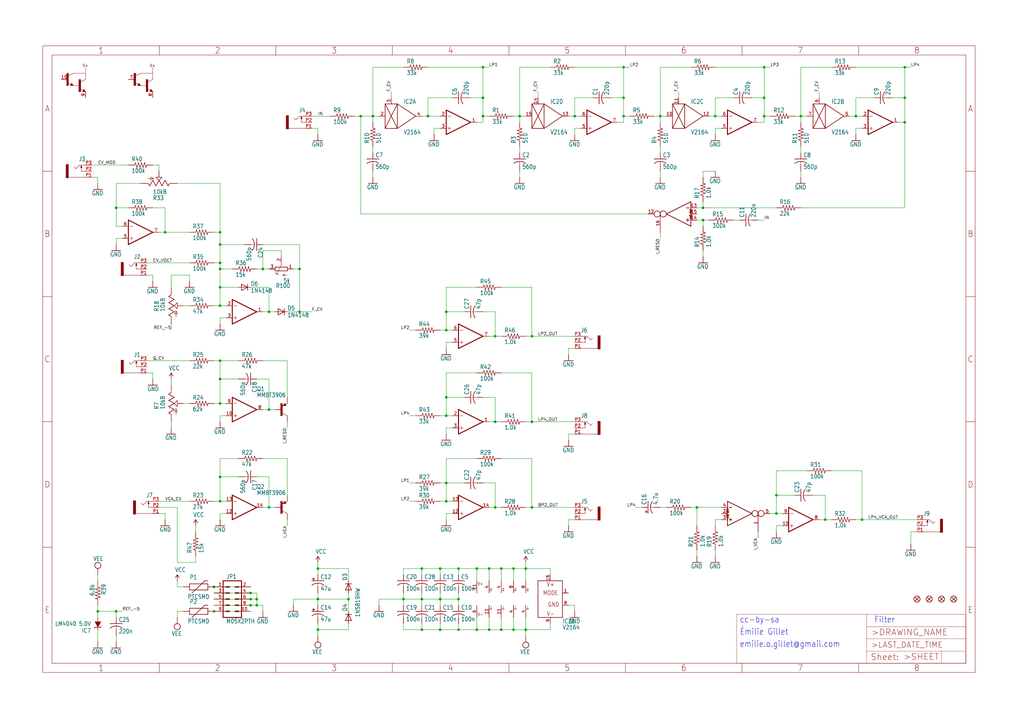
<source format=kicad_sch>
(kicad_sch (version 20211123) (generator eeschema)
  (paper "User" 425.45 299.161)
  (junction (at 213.36 236.22))
  (junction (at 185.42 165.1))
  (junction (at 185.42 172.72))
  (junction (at 259.08 27.94))
  (junction (at 167.64 248.92))
  (junction (at 185.42 137.16))
  (junction (at 218.44 261.62))
  (junction (at 88.9 243.84))
  (junction (at 182.88 261.62))
  (junction (at 203.2 261.62))
  (junction (at 111.76 170.18))
  (junction (at 88.9 254))
  (junction (at 91.44 101.6))
  (junction (at 111.76 129.54))
  (junction (at 185.42 129.54))
  (junction (at 91.44 96.52))
  (junction (at 208.28 261.62))
  (junction (at 274.32 48.26))
  (junction (at 238.76 48.26))
  (junction (at 91.44 111.76))
  (junction (at 177.8 48.26))
  (junction (at 132.08 236.22))
  (junction (at 91.44 127))
  (junction (at 292.1 86.36))
  (junction (at 322.58 213.36))
  (junction (at 154.94 48.26))
  (junction (at 259.08 40.64))
  (junction (at 106.68 251.46))
  (junction (at 132.08 248.92))
  (junction (at 40.64 254))
  (junction (at 190.5 248.92))
  (junction (at 317.5 27.94))
  (junction (at 106.68 248.92))
  (junction (at 205.74 139.7))
  (junction (at 175.26 248.92))
  (junction (at 175.26 236.22))
  (junction (at 198.12 236.22))
  (junction (at 203.2 236.22))
  (junction (at 149.86 48.26))
  (junction (at 48.26 254))
  (junction (at 182.88 248.92))
  (junction (at 132.08 261.62))
  (junction (at 91.44 208.28))
  (junction (at 375.92 27.94))
  (junction (at 109.22 111.76))
  (junction (at 220.98 139.7))
  (junction (at 220.98 210.82))
  (junction (at 322.58 205.74))
  (junction (at 292.1 91.44))
  (junction (at 297.18 48.26))
  (junction (at 190.5 261.62))
  (junction (at 124.46 129.54))
  (junction (at 175.26 261.62))
  (junction (at 91.44 198.12))
  (junction (at 68.58 96.52))
  (junction (at 104.14 246.38))
  (junction (at 215.9 48.26))
  (junction (at 332.74 48.26))
  (junction (at 208.28 236.22))
  (junction (at 205.74 210.82))
  (junction (at 104.14 251.46))
  (junction (at 375.92 50.8))
  (junction (at 144.78 248.92))
  (junction (at 205.74 175.26))
  (junction (at 91.44 109.22))
  (junction (at 91.44 167.64))
  (junction (at 289.56 210.82))
  (junction (at 342.9 215.9))
  (junction (at 185.42 200.66))
  (junction (at 198.12 261.62))
  (junction (at 104.14 248.92))
  (junction (at 213.36 261.62))
  (junction (at 375.92 40.64))
  (junction (at 317.5 40.64))
  (junction (at 91.44 149.86))
  (junction (at 358.14 215.9))
  (junction (at 355.6 48.26))
  (junction (at 200.66 27.94))
  (junction (at 317.5 48.26))
  (junction (at 200.66 48.26))
  (junction (at 91.44 157.48))
  (junction (at 91.44 119.38))
  (junction (at 218.44 236.22))
  (junction (at 259.08 48.26))
  (junction (at 190.5 236.22))
  (junction (at 124.46 111.76))
  (junction (at 200.66 40.64))
  (junction (at 185.42 208.28))
  (junction (at 111.76 210.82))
  (junction (at 182.88 236.22))
  (junction (at 220.98 175.26))
  (junction (at 48.26 86.36))
  (wire (pts (xy 238.76 27.94) (xy 259.08 27.94)))
  (wire (pts (xy 91.44 76.2) (xy 91.44 96.52)))
  (wire (pts (xy 317.5 48.26) (xy 317.5 50.8)))
  (wire (pts (xy 269.24 88.9) (xy 149.86 88.9)))
  (wire (pts (xy 93.98 132.08) (xy 91.44 132.08)))
  (wire (pts (xy 294.64 48.26) (xy 297.18 48.26)))
  (wire (pts (xy 182.88 261.62) (xy 190.5 261.62)))
  (wire (pts (xy 63.5 86.36) (xy 68.58 86.36)))
  (wire (pts (xy 322.58 218.44) (xy 322.58 220.98)))
  (wire (pts (xy 144.78 261.62) (xy 132.08 261.62)))
  (wire (pts (xy 238.76 48.26) (xy 241.3 48.26)))
  (wire (pts (xy 332.74 27.94) (xy 345.44 27.94)))
  (wire (pts (xy 193.04 200.66) (xy 185.42 200.66)))
  (wire (pts (xy 111.76 210.82) (xy 114.3 210.82)))
  (wire (pts (xy 203.2 48.26) (xy 200.66 48.26)))
  (wire (pts (xy 106.68 198.12) (xy 111.76 198.12)))
  (wire (pts (xy 149.86 88.9) (xy 149.86 48.26)))
  (wire (pts (xy 48.26 86.36) (xy 48.26 93.98)))
  (wire (pts (xy 289.56 210.82) (xy 289.56 218.44)))
  (wire (pts (xy 208.28 261.62) (xy 213.36 261.62)))
  (wire (pts (xy 167.64 248.92) (xy 157.48 248.92)))
  (wire (pts (xy 274.32 48.26) (xy 274.32 27.94)))
  (wire (pts (xy 167.64 236.22) (xy 175.26 236.22)))
  (wire (pts (xy 73.66 254) (xy 76.2 254)))
  (wire (pts (xy 215.9 50.8) (xy 215.9 48.26)))
  (wire (pts (xy 144.78 248.92) (xy 144.78 254)))
  (wire (pts (xy 289.56 228.6) (xy 289.56 231.14)))
  (wire (pts (xy 73.66 254) (xy 73.66 256.54)))
  (wire (pts (xy 200.66 48.26) (xy 200.66 50.8)))
  (wire (pts (xy 223.52 40.64) (xy 223.52 38.1)))
  (wire (pts (xy 106.68 111.76) (xy 109.22 111.76)))
  (wire (pts (xy 292.1 83.82) (xy 292.1 86.36)))
  (wire (pts (xy 281.94 40.64) (xy 281.94 38.1)))
  (wire (pts (xy 215.9 71.12) (xy 215.9 73.66)))
  (wire (pts (xy 76.2 167.64) (xy 78.74 167.64)))
  (wire (pts (xy 48.26 93.98) (xy 50.8 93.98)))
  (wire (pts (xy 180.34 53.34) (xy 180.34 55.88)))
  (wire (pts (xy 304.8 40.64) (xy 297.18 40.64)))
  (wire (pts (xy 68.58 86.36) (xy 68.58 96.52)))
  (wire (pts (xy 167.64 259.08) (xy 167.64 261.62)))
  (wire (pts (xy 119.38 175.26) (xy 119.38 177.8)))
  (wire (pts (xy 297.18 27.94) (xy 317.5 27.94)))
  (wire (pts (xy 238.76 215.9) (xy 236.22 215.9)))
  (wire (pts (xy 238.76 144.78) (xy 236.22 144.78)))
  (wire (pts (xy 121.92 248.92) (xy 121.92 251.46)))
  (wire (pts (xy 375.92 50.8) (xy 373.38 50.8)))
  (wire (pts (xy 63.5 154.94) (xy 63.5 157.48)))
  (wire (pts (xy 220.98 139.7) (xy 218.44 139.7)))
  (wire (pts (xy 193.04 129.54) (xy 185.42 129.54)))
  (wire (pts (xy 266.7 210.82) (xy 264.16 210.82)))
  (wire (pts (xy 228.6 236.22) (xy 218.44 236.22)))
  (wire (pts (xy 40.64 73.66) (xy 40.64 76.2)))
  (wire (pts (xy 132.08 246.38) (xy 132.08 248.92)))
  (wire (pts (xy 119.38 129.54) (xy 124.46 129.54)))
  (wire (pts (xy 88.9 251.46) (xy 104.14 251.46)))
  (wire (pts (xy 220.98 119.38) (xy 220.98 139.7)))
  (wire (pts (xy 375.92 27.94) (xy 375.92 40.64)))
  (wire (pts (xy 182.88 248.92) (xy 175.26 248.92)))
  (wire (pts (xy 162.56 40.64) (xy 162.56 38.1)))
  (wire (pts (xy 111.76 210.82) (xy 109.22 210.82)))
  (wire (pts (xy 190.5 259.08) (xy 190.5 261.62)))
  (wire (pts (xy 91.44 167.64) (xy 93.98 167.64)))
  (wire (pts (xy 358.14 195.58) (xy 358.14 215.9)))
  (wire (pts (xy 317.5 27.94) (xy 320.04 27.94)))
  (wire (pts (xy 190.5 248.92) (xy 190.5 251.46)))
  (wire (pts (xy 109.22 251.46) (xy 109.22 254)))
  (wire (pts (xy 106.68 248.92) (xy 104.14 248.92)))
  (wire (pts (xy 215.9 48.26) (xy 218.44 48.26)))
  (wire (pts (xy 144.78 236.22) (xy 132.08 236.22)))
  (wire (pts (xy 203.2 175.26) (xy 205.74 175.26)))
  (wire (pts (xy 355.6 27.94) (xy 375.92 27.94)))
  (wire (pts (xy 200.66 40.64) (xy 200.66 48.26)))
  (wire (pts (xy 271.78 48.26) (xy 274.32 48.26)))
  (wire (pts (xy 236.22 48.26) (xy 238.76 48.26)))
  (wire (pts (xy 236.22 180.34) (xy 236.22 182.88)))
  (wire (pts (xy 185.42 208.28) (xy 182.88 208.28)))
  (wire (pts (xy 218.44 236.22) (xy 213.36 236.22)))
  (wire (pts (xy 88.9 149.86) (xy 91.44 149.86)))
  (wire (pts (xy 175.26 248.92) (xy 175.26 251.46)))
  (wire (pts (xy 109.22 104.14) (xy 109.22 111.76)))
  (wire (pts (xy 274.32 96.52) (xy 274.32 99.06)))
  (wire (pts (xy 104.14 251.46) (xy 106.68 251.46)))
  (wire (pts (xy 48.26 254) (xy 50.8 254)))
  (wire (pts (xy 236.22 215.9) (xy 236.22 218.44)))
  (wire (pts (xy 78.74 208.28) (xy 66.04 208.28)))
  (wire (pts (xy 119.38 149.86) (xy 109.22 149.86)))
  (wire (pts (xy 261.62 48.26) (xy 259.08 48.26)))
  (wire (pts (xy 340.36 40.64) (xy 340.36 38.1)))
  (wire (pts (xy 78.74 149.86) (xy 60.96 149.86)))
  (wire (pts (xy 111.76 111.76) (xy 109.22 111.76)))
  (wire (pts (xy 101.6 101.6) (xy 91.44 101.6)))
  (wire (pts (xy 297.18 215.9) (xy 297.18 218.44)))
  (wire (pts (xy 220.98 154.94) (xy 220.98 175.26)))
  (wire (pts (xy 71.12 119.38) (xy 71.12 114.3)))
  (wire (pts (xy 299.72 215.9) (xy 297.18 215.9)))
  (wire (pts (xy 119.38 215.9) (xy 119.38 218.44)))
  (wire (pts (xy 208.28 190.5) (xy 220.98 190.5)))
  (wire (pts (xy 187.96 177.8) (xy 185.42 177.8)))
  (wire (pts (xy 375.92 50.8) (xy 375.92 86.36)))
  (wire (pts (xy 48.26 99.06) (xy 48.26 101.6)))
  (wire (pts (xy 325.12 218.44) (xy 322.58 218.44)))
  (wire (pts (xy 116.84 106.68) (xy 116.84 104.14)))
  (wire (pts (xy 259.08 40.64) (xy 259.08 48.26)))
  (wire (pts (xy 60.96 154.94) (xy 63.5 154.94)))
  (wire (pts (xy 91.44 149.86) (xy 91.44 157.48)))
  (wire (pts (xy 185.42 208.28) (xy 187.96 208.28)))
  (wire (pts (xy 185.42 119.38) (xy 185.42 129.54)))
  (wire (pts (xy 167.64 248.92) (xy 167.64 251.46)))
  (wire (pts (xy 38.1 73.66) (xy 40.64 73.66)))
  (wire (pts (xy 48.26 254) (xy 48.26 256.54)))
  (wire (pts (xy 322.58 195.58) (xy 322.58 205.74)))
  (wire (pts (xy 106.68 248.92) (xy 106.68 251.46)))
  (wire (pts (xy 238.76 53.34) (xy 238.76 55.88)))
  (wire (pts (xy 203.2 139.7) (xy 205.74 139.7)))
  (wire (pts (xy 317.5 27.94) (xy 317.5 40.64)))
  (wire (pts (xy 205.74 139.7) (xy 208.28 139.7)))
  (wire (pts (xy 241.3 53.34) (xy 238.76 53.34)))
  (wire (pts (xy 322.58 213.36) (xy 325.12 213.36)))
  (wire (pts (xy 190.5 236.22) (xy 190.5 238.76)))
  (wire (pts (xy 355.6 53.34) (xy 355.6 55.88)))
  (wire (pts (xy 63.5 114.3) (xy 63.5 116.84)))
  (wire (pts (xy 149.86 48.26) (xy 154.94 48.26)))
  (wire (pts (xy 147.32 48.26) (xy 149.86 48.26)))
  (wire (pts (xy 185.42 213.36) (xy 185.42 215.9)))
  (wire (pts (xy 91.44 172.72) (xy 91.44 175.26)))
  (wire (pts (xy 218.44 256.54) (xy 218.44 261.62)))
  (wire (pts (xy 93.98 213.36) (xy 91.44 213.36)))
  (wire (pts (xy 66.04 213.36) (xy 68.58 213.36)))
  (wire (pts (xy 73.66 76.2) (xy 91.44 76.2)))
  (wire (pts (xy 91.44 157.48) (xy 91.44 167.64)))
  (wire (pts (xy 345.44 195.58) (xy 358.14 195.58)))
  (wire (pts (xy 220.98 190.5) (xy 220.98 210.82)))
  (wire (pts (xy 71.12 160.02) (xy 71.12 157.48)))
  (wire (pts (xy 353.06 48.26) (xy 355.6 48.26)))
  (wire (pts (xy 91.44 190.5) (xy 91.44 198.12)))
  (wire (pts (xy 287.02 210.82) (xy 289.56 210.82)))
  (wire (pts (xy 246.38 40.64) (xy 238.76 40.64)))
  (wire (pts (xy 40.64 254) (xy 48.26 254)))
  (wire (pts (xy 154.94 48.26) (xy 157.48 48.26)))
  (wire (pts (xy 205.74 200.66) (xy 205.74 210.82)))
  (wire (pts (xy 294.64 91.44) (xy 292.1 91.44)))
  (wire (pts (xy 259.08 27.94) (xy 261.62 27.94)))
  (wire (pts (xy 220.98 139.7) (xy 238.76 139.7)))
  (wire (pts (xy 88.9 208.28) (xy 91.44 208.28)))
  (wire (pts (xy 185.42 190.5) (xy 198.12 190.5)))
  (wire (pts (xy 220.98 210.82) (xy 238.76 210.82)))
  (wire (pts (xy 185.42 172.72) (xy 187.96 172.72)))
  (wire (pts (xy 96.52 111.76) (xy 91.44 111.76)))
  (wire (pts (xy 177.8 40.64) (xy 177.8 48.26)))
  (wire (pts (xy 185.42 165.1) (xy 185.42 172.72)))
  (wire (pts (xy 106.68 251.46) (xy 109.22 251.46)))
  (wire (pts (xy 132.08 238.76) (xy 132.08 236.22)))
  (wire (pts (xy 205.74 129.54) (xy 205.74 139.7)))
  (wire (pts (xy 119.38 205.74) (xy 119.38 190.5)))
  (wire (pts (xy 73.66 241.3) (xy 73.66 243.84)))
  (wire (pts (xy 337.82 205.74) (xy 342.9 205.74)))
  (wire (pts (xy 73.66 233.68) (xy 81.28 233.68)))
  (wire (pts (xy 40.64 261.62) (xy 40.64 266.7)))
  (wire (pts (xy 200.66 50.8) (xy 198.12 50.8)))
  (wire (pts (xy 218.44 264.16) (xy 218.44 261.62)))
  (wire (pts (xy 71.12 134.62) (xy 71.12 137.16)))
  (wire (pts (xy 60.96 109.22) (xy 78.74 109.22)))
  (wire (pts (xy 172.72 200.66) (xy 170.18 200.66)))
  (wire (pts (xy 109.22 101.6) (xy 124.46 101.6)))
  (wire (pts (xy 132.08 261.62) (xy 132.08 264.16)))
  (wire (pts (xy 381 215.9) (xy 358.14 215.9)))
  (wire (pts (xy 124.46 129.54) (xy 129.54 129.54)))
  (wire (pts (xy 200.66 27.94) (xy 203.2 27.94)))
  (wire (pts (xy 187.96 142.24) (xy 185.42 142.24)))
  (wire (pts (xy 203.2 236.22) (xy 203.2 241.3)))
  (wire (pts (xy 208.28 154.94) (xy 220.98 154.94)))
  (wire (pts (xy 220.98 175.26) (xy 238.76 175.26)))
  (wire (pts (xy 68.58 96.52) (xy 78.74 96.52)))
  (wire (pts (xy 254 40.64) (xy 259.08 40.64)))
  (wire (pts (xy 312.42 40.64) (xy 317.5 40.64)))
  (wire (pts (xy 198.12 261.62) (xy 203.2 261.62)))
  (wire (pts (xy 205.74 210.82) (xy 208.28 210.82)))
  (wire (pts (xy 292.1 86.36) (xy 322.58 86.36)))
  (wire (pts (xy 355.6 40.64) (xy 355.6 48.26)))
  (wire (pts (xy 167.64 238.76) (xy 167.64 236.22)))
  (wire (pts (xy 320.04 48.26) (xy 317.5 48.26)))
  (wire (pts (xy 292.1 71.12) (xy 297.18 71.12)))
  (wire (pts (xy 88.9 96.52) (xy 91.44 96.52)))
  (wire (pts (xy 38.1 68.58) (xy 53.34 68.58)))
  (wire (pts (xy 208.28 236.22) (xy 203.2 236.22)))
  (wire (pts (xy 48.26 76.2) (xy 58.42 76.2)))
  (wire (pts (xy 99.06 119.38) (xy 91.44 119.38)))
  (wire (pts (xy 91.44 132.08) (xy 91.44 134.62)))
  (wire (pts (xy 68.58 213.36) (xy 68.58 215.9)))
  (wire (pts (xy 190.5 246.38) (xy 190.5 248.92)))
  (wire (pts (xy 314.96 220.98) (xy 314.96 223.52)))
  (wire (pts (xy 91.44 101.6) (xy 91.44 109.22)))
  (wire (pts (xy 198.12 119.38) (xy 185.42 119.38)))
  (wire (pts (xy 187.96 40.64) (xy 177.8 40.64)))
  (wire (pts (xy 182.88 53.34) (xy 180.34 53.34)))
  (wire (pts (xy 213.36 48.26) (xy 215.9 48.26)))
  (wire (pts (xy 332.74 60.96) (xy 332.74 63.5)))
  (wire (pts (xy 88.9 167.64) (xy 91.44 167.64)))
  (wire (pts (xy 259.08 48.26) (xy 259.08 50.8)))
  (wire (pts (xy 228.6 238.76) (xy 228.6 236.22)))
  (wire (pts (xy 66.04 96.52) (xy 68.58 96.52)))
  (wire (pts (xy 154.94 60.96) (xy 154.94 63.5)))
  (wire (pts (xy 99.06 157.48) (xy 91.44 157.48)))
  (wire (pts (xy 187.96 213.36) (xy 185.42 213.36)))
  (wire (pts (xy 91.44 213.36) (xy 91.44 215.9)))
  (wire (pts (xy 274.32 210.82) (xy 276.86 210.82)))
  (wire (pts (xy 236.22 251.46) (xy 238.76 251.46)))
  (wire (pts (xy 132.08 248.92) (xy 144.78 248.92)))
  (wire (pts (xy 228.6 261.62) (xy 228.6 259.08)))
  (wire (pts (xy 185.42 137.16) (xy 187.96 137.16)))
  (wire (pts (xy 172.72 137.16) (xy 170.18 137.16)))
  (wire (pts (xy 73.66 210.82) (xy 73.66 233.68)))
  (wire (pts (xy 71.12 175.26) (xy 71.12 177.8)))
  (wire (pts (xy 104.14 248.92) (xy 88.9 248.92)))
  (wire (pts (xy 370.84 40.64) (xy 375.92 40.64)))
  (wire (pts (xy 99.06 198.12) (xy 91.44 198.12)))
  (wire (pts (xy 137.16 48.26) (xy 129.54 48.26)))
  (wire (pts (xy 185.42 177.8) (xy 185.42 180.34)))
  (wire (pts (xy 185.42 172.72) (xy 182.88 172.72)))
  (wire (pts (xy 167.64 261.62) (xy 175.26 261.62)))
  (wire (pts (xy 106.68 157.48) (xy 111.76 157.48)))
  (wire (pts (xy 111.76 170.18) (xy 114.3 170.18)))
  (wire (pts (xy 297.18 228.6) (xy 297.18 231.14)))
  (wire (pts (xy 91.44 119.38) (xy 91.44 127)))
  (wire (pts (xy 220.98 210.82) (xy 218.44 210.82)))
  (wire (pts (xy 322.58 213.36) (xy 320.04 213.36)))
  (wire (pts (xy 129.54 53.34) (xy 132.08 53.34)))
  (wire (pts (xy 215.9 60.96) (xy 215.9 63.5)))
  (wire (pts (xy 111.76 198.12) (xy 111.76 210.82)))
  (wire (pts (xy 78.74 114.3) (xy 78.74 116.84)))
  (wire (pts (xy 193.04 165.1) (xy 185.42 165.1)))
  (wire (pts (xy 342.9 205.74) (xy 342.9 215.9)))
  (wire (pts (xy 378.46 220.98) (xy 378.46 226.06)))
  (wire (pts (xy 185.42 137.16) (xy 182.88 137.16)))
  (wire (pts (xy 220.98 175.26) (xy 218.44 175.26)))
  (wire (pts (xy 200.66 129.54) (xy 205.74 129.54)))
  (wire (pts (xy 53.34 86.36) (xy 48.26 86.36)))
  (wire (pts (xy 381 220.98) (xy 378.46 220.98)))
  (wire (pts (xy 93.98 172.72) (xy 91.44 172.72)))
  (wire (pts (xy 355.6 48.26) (xy 358.14 48.26)))
  (wire (pts (xy 200.66 200.66) (xy 205.74 200.66)))
  (wire (pts (xy 292.1 73.66) (xy 292.1 71.12)))
  (wire (pts (xy 218.44 261.62) (xy 228.6 261.62)))
  (wire (pts (xy 111.76 157.48) (xy 111.76 170.18)))
  (wire (pts (xy 48.26 76.2) (xy 48.26 86.36)))
  (wire (pts (xy 175.26 48.26) (xy 177.8 48.26)))
  (wire (pts (xy 238.76 40.64) (xy 238.76 48.26)))
  (wire (pts (xy 91.44 96.52) (xy 91.44 101.6)))
  (wire (pts (xy 274.32 71.12) (xy 274.32 73.66)))
  (wire (pts (xy 73.66 243.84) (xy 76.2 243.84)))
  (wire (pts (xy 195.58 40.64) (xy 200.66 40.64)))
  (wire (pts (xy 132.08 248.92) (xy 132.08 251.46)))
  (wire (pts (xy 116.84 104.14) (xy 109.22 104.14)))
  (wire (pts (xy 124.46 111.76) (xy 124.46 129.54)))
  (wire (pts (xy 297.18 48.26) (xy 299.72 48.26)))
  (wire (pts (xy 167.64 246.38) (xy 167.64 248.92)))
  (wire (pts (xy 91.44 198.12) (xy 91.44 208.28)))
  (wire (pts (xy 205.74 165.1) (xy 205.74 175.26)))
  (wire (pts (xy 111.76 129.54) (xy 109.22 129.54)))
  (wire (pts (xy 111.76 119.38) (xy 111.76 129.54)))
  (wire (pts (xy 332.74 48.26) (xy 332.74 27.94)))
  (wire (pts (xy 200.66 165.1) (xy 205.74 165.1)))
  (wire (pts (xy 274.32 48.26) (xy 276.86 48.26)))
  (wire (pts (xy 40.64 256.54) (xy 40.64 254)))
  (wire (pts (xy 208.28 241.3) (xy 208.28 236.22)))
  (wire (pts (xy 213.36 236.22) (xy 208.28 236.22)))
  (wire (pts (xy 78.74 127) (xy 76.2 127)))
  (wire (pts (xy 218.44 233.68) (xy 218.44 236.22)))
  (wire (pts (xy 190.5 248.92) (xy 182.88 248.92)))
  (wire (pts (xy 208.28 256.54) (xy 208.28 261.62)))
  (wire (pts (xy 40.64 241.3) (xy 40.64 238.76)))
  (wire (pts (xy 208.28 119.38) (xy 220.98 119.38)))
  (wire (pts (xy 317.5 50.8) (xy 314.96 50.8)))
  (wire (pts (xy 213.36 241.3) (xy 213.36 236.22)))
  (wire (pts (xy 81.28 233.68) (xy 81.28 231.14)))
  (wire (pts (xy 332.74 48.26) (xy 335.28 48.26)))
  (wire (pts (xy 66.04 68.58) (xy 66.04 71.12)))
  (wire (pts (xy 48.26 264.16) (xy 48.26 266.7)))
  (wire (pts (xy 332.74 50.8) (xy 332.74 48.26)))
  (wire (pts (xy 297.18 53.34) (xy 297.18 55.88)))
  (wire (pts (xy 185.42 200.66) (xy 185.42 208.28)))
  (wire (pts (xy 289.56 86.36) (xy 292.1 86.36)))
  (wire (pts (xy 182.88 238.76) (xy 182.88 236.22)))
  (wire (pts (xy 203.2 256.54) (xy 203.2 261.62)))
  (wire (pts (xy 81.28 220.98) (xy 81.28 218.44)))
  (wire (pts (xy 332.74 71.12) (xy 332.74 73.66)))
  (wire (pts (xy 60.96 114.3) (xy 63.5 114.3)))
  (wire (pts (xy 157.48 248.92) (xy 157.48 251.46)))
  (wire (pts (xy 274.32 60.96) (xy 274.32 63.5)))
  (wire (pts (xy 238.76 180.34) (xy 236.22 180.34)))
  (wire (pts (xy 292.1 91.44) (xy 292.1 93.98)))
  (wire (pts (xy 88.9 246.38) (xy 104.14 246.38)))
  (wire (pts (xy 185.42 129.54) (xy 185.42 137.16)))
  (wire (pts (xy 132.08 248.92) (xy 121.92 248.92)))
  (wire (pts (xy 218.44 241.3) (xy 218.44 236.22)))
  (wire (pts (xy 182.88 200.66) (xy 185.42 200.66)))
  (wire (pts (xy 154.94 50.8) (xy 154.94 48.26)))
  (wire (pts (xy 40.64 254) (xy 40.64 251.46)))
  (wire (pts (xy 111.76 129.54) (xy 114.3 129.54)))
  (wire (pts (xy 342.9 215.9) (xy 345.44 215.9)))
  (wire (pts (xy 154.94 71.12) (xy 154.94 73.66)))
  (wire (pts (xy 215.9 27.94) (xy 228.6 27.94)))
  (wire (pts (xy 289.56 210.82) (xy 299.72 210.82)))
  (wire (pts (xy 119.38 190.5) (xy 109.22 190.5)))
  (wire (pts (xy 175.26 246.38) (xy 175.26 248.92)))
  (wire (pts (xy 182.88 259.08) (xy 182.88 261.62)))
  (wire (pts (xy 190.5 261.62) (xy 198.12 261.62)))
  (wire (pts (xy 215.9 48.26) (xy 215.9 27.94)))
  (wire (pts (xy 375.92 40.64) (xy 375.92 50.8)))
  (wire (pts (xy 322.58 205.74) (xy 322.58 213.36)))
  (wire (pts (xy 335.28 195.58) (xy 322.58 195.58)))
  (wire (pts (xy 104.14 246.38) (xy 106.68 246.38)))
  (wire (pts (xy 177.8 48.26) (xy 182.88 48.26)))
  (wire (pts (xy 203.2 210.82) (xy 205.74 210.82)))
  (wire (pts (xy 332.74 86.36) (xy 375.92 86.36)))
  (wire (pts (xy 198.12 256.54) (xy 198.12 261.62)))
  (wire (pts (xy 177.8 27.94) (xy 200.66 27.94)))
  (wire (pts (xy 200.66 27.94) (xy 200.66 40.64)))
  (wire (pts (xy 299.72 53.34) (xy 297.18 53.34)))
  (wire (pts (xy 185.42 142.24) (xy 185.42 144.78)))
  (wire (pts (xy 203.2 261.62) (xy 208.28 261.62)))
  (wire (pts (xy 358.14 53.34) (xy 355.6 53.34)))
  (wire (pts (xy 213.36 261.62) (xy 218.44 261.62)))
  (wire (pts (xy 99.06 190.5) (xy 91.44 190.5)))
  (wire (pts (xy 185.42 154.94) (xy 185.42 165.1)))
  (wire (pts (xy 259.08 27.94) (xy 259.08 40.64)))
  (wire (pts (xy 182.88 248.92) (xy 182.88 246.38)))
  (wire (pts (xy 132.08 236.22) (xy 132.08 233.68)))
  (wire (pts (xy 274.32 50.8) (xy 274.32 48.26)))
  (wire (pts (xy 63.5 68.58) (xy 66.04 68.58)))
  (wire (pts (xy 182.88 236.22) (xy 175.26 236.22)))
  (wire (pts (xy 259.08 50.8) (xy 256.54 50.8)))
  (wire (pts (xy 198.12 241.3) (xy 198.12 236.22)))
  (wire (pts (xy 154.94 48.26) (xy 154.94 27.94)))
  (wire (pts (xy 203.2 236.22) (xy 198.12 236.22)))
  (wire (pts (xy 111.76 170.18) (xy 109.22 170.18)))
  (wire (pts (xy 132.08 53.34) (xy 132.08 55.88)))
  (wire (pts (xy 144.78 259.08) (xy 144.78 261.62)))
  (wire (pts (xy 185.42 190.5) (xy 185.42 200.66)))
  (wire (pts (xy 175.26 259.08) (xy 175.26 261.62)))
  (wire (pts (xy 99.06 149.86) (xy 91.44 149.86)))
  (wire (pts (xy 119.38 165.1) (xy 119.38 149.86)))
  (wire (pts (xy 71.12 114.3) (xy 78.74 114.3)))
  (wire (pts (xy 182.88 236.22) (xy 190.5 236.22)))
  (wire (pts (xy 172.72 208.28) (xy 170.18 208.28)))
  (wire (pts (xy 274.32 27.94) (xy 287.02 27.94)))
  (wire (pts (xy 66.04 210.82) (xy 73.66 210.82)))
  (wire (pts (xy 236.22 144.78) (xy 236.22 147.32)))
  (wire (pts (xy 106.68 246.38) (xy 106.68 248.92)))
  (wire (pts (xy 172.72 172.72) (xy 170.18 172.72)))
  (wire (pts (xy 205.74 175.26) (xy 208.28 175.26)))
  (wire (pts (xy 104.14 119.38) (xy 111.76 119.38)))
  (wire (pts (xy 304.8 91.44) (xy 307.34 91.44)))
  (wire (pts (xy 175.26 248.92) (xy 167.64 248.92)))
  (wire (pts (xy 314.96 91.44) (xy 317.5 91.44)))
  (wire (pts (xy 198.12 236.22) (xy 190.5 236.22)))
  (wire (pts (xy 50.8 99.06) (xy 48.26 99.06)))
  (wire (pts (xy 88.9 254) (xy 104.14 254)))
  (wire (pts (xy 175.26 236.22) (xy 175.26 238.76)))
  (wire (pts (xy 238.76 251.46) (xy 238.76 254)))
  (wire (pts (xy 297.18 40.64) (xy 297.18 48.26)))
  (wire (pts (xy 121.92 111.76) (xy 124.46 111.76)))
  (wire (pts (xy 91.44 127) (xy 93.98 127)))
  (wire (pts (xy 91.44 127) (xy 88.9 127)))
  (wire (pts (xy 144.78 246.38) (xy 144.78 248.92)))
  (wire (pts (xy 355.6 215.9) (xy 358.14 215.9)))
  (wire (pts (xy 289.56 91.44) (xy 292.1 91.44)))
  (wire (pts (xy 330.2 205.74) (xy 322.58 205.74)))
  (wire (pts (xy 88.9 109.22) (xy 91.44 109.22)))
  (wire (pts (xy 213.36 256.54) (xy 213.36 261.62)))
  (wire (pts (xy 91.44 111.76) (xy 91.44 119.38)))
  (wire (pts (xy 175.26 261.62) (xy 182.88 261.62)))
  (wire (pts (xy 330.2 48.26) (xy 332.74 48.26)))
  (wire (pts (xy 182.88 251.46) (xy 182.88 248.92)))
  (wire (pts (xy 375.92 27.94) (xy 378.46 27.94)))
  (wire (pts (xy 292.1 104.14) (xy 292.1 106.68)))
  (wire (pts (xy 340.36 215.9) (xy 342.9 215.9)))
  (wire (pts (xy 144.78 241.3) (xy 144.78 236.22)))
  (wire (pts (xy 317.5 40.64) (xy 317.5 48.26)))
  (wire (pts (xy 91.44 208.28) (xy 93.98 208.28)))
  (wire (pts (xy 154.94 27.94) (xy 167.64 27.94)))
  (wire (pts (xy 88.9 243.84) (xy 104.14 243.84)))
  (wire (pts (xy 185.42 154.94) (xy 198.12 154.94)))
  (wire (pts (xy 124.46 101.6) (xy 124.46 111.76)))
  (wire (pts (xy 132.08 259.08) (xy 132.08 261.62)))
  (wire (pts (xy 363.22 40.64) (xy 355.6 40.64)))
  (wire (pts (xy 91.44 109.22) (xy 91.44 111.76)))
  (text "Émilie Gillet" (at 307.34 264.16 180) (effects (font (size 2.54 2.159)) (justify left bottom)))
  (text "Filter" (at 363.22 259.08 180) (effects (font (size 2.54 2.159)) (justify left bottom)))
  (text "cc-by-sa" (at 307.34 259.08 180) (effects (font (size 2.54 2.159)) (justify left bottom)))
  (text "emilie.o.gillet@gmail.com" (at 307.34 269.24 180) (effects (font (size 2.54 2.159)) (justify left bottom)))
  (label "LP2" (at 170.18 137.16 180) (effects (font (size 1.2446 1.2446))))
  (label "LP2" (at 261.62 27.94 0) (effects (font (size 1.2446 1.2446))))
  (label "LP4" (at 378.46 27.94 0) (effects (font (size 1.2446 1.2446))))
  (label "BP2_OUT" (at 223.52 210.82 0) (effects (font (size 1.2446 1.2446))))
  (label "LP4" (at 264.16 210.82 180) (effects (font (size 1.2446 1.2446))))
  (label "I_RESO" (at 274.32 99.06 270) (effects (font (size 1.2446 1.2446))))
  (label "F_CV" (at 281.94 38.1 90) (effects (font (size 1.2446 1.2446))))
  (label "F_CV" (at 129.54 129.54 0) (effects (font (size 1.2446 1.2446))))
  (label "LP1" (at 170.18 200.66 180) (effects (font (size 1.2446 1.2446))))
  (label "F_CV" (at 340.36 38.1 90) (effects (font (size 1.2446 1.2446))))
  (label "REF_-5" (at 50.8 254 0) (effects (font (size 1.2446 1.2446))))
  (label "LP3" (at 320.04 27.94 0) (effects (font (size 1.2446 1.2446))))
  (label "I_VCA" (at 119.38 218.44 270) (effects (font (size 1.2446 1.2446))))
  (label "REF_-5" (at 71.12 137.16 180) (effects (font (size 1.2446 1.2446))))
  (label "LP4" (at 170.18 172.72 180) (effects (font (size 1.2446 1.2446))))
  (label "LP2_OUT" (at 223.52 139.7 0) (effects (font (size 1.2446 1.2446))))
  (label "LP4_OUT" (at 223.52 175.26 0) (effects (font (size 1.2446 1.2446))))
  (label "F_CV" (at 223.52 38.1 90) (effects (font (size 1.2446 1.2446))))
  (label "IN" (at 317.5 91.44 0) (effects (font (size 1.2446 1.2446))))
  (label "CV_MOD" (at 40.64 68.58 0) (effects (font (size 1.2446 1.2446))))
  (label "LP2" (at 170.18 208.28 180) (effects (font (size 1.2446 1.2446))))
  (label "LP4_VCA_OUT" (at 360.68 215.9 0) (effects (font (size 1.2446 1.2446))))
  (label "VCA_CV" (at 68.58 208.28 0) (effects (font (size 1.2446 1.2446))))
  (label "I_RESO" (at 119.38 177.8 270) (effects (font (size 1.2446 1.2446))))
  (label "IN" (at 132.08 48.26 0) (effects (font (size 1.2446 1.2446))))
  (label "Q_CV" (at 63.5 149.86 0) (effects (font (size 1.2446 1.2446))))
  (label "I_VCA" (at 314.96 223.52 270) (effects (font (size 1.2446 1.2446))))
  (label "F_CV" (at 162.56 38.1 90) (effects (font (size 1.2446 1.2446))))
  (label "CV_VOCT" (at 63.5 109.22 0) (effects (font (size 1.2446 1.2446))))
  (label "LP1" (at 203.2 27.94 0) (effects (font (size 1.2446 1.2446))))
  (symbol (lib_id "ripples_v40-eagle-import:GND") (at 185.42 182.88 0) (unit 1)
    (property "Reference" "#GND18" (effects hide))
    (property "Value" "GND" (at 182.88 185.42 0) (effects (font (size 1.778 1.5113)) (justify left bottom)))
    (property "Footprint" "ripples_v40:" (effects hide))
  )
  (symbol (lib_id "ripples_v40-eagle-import:R-US_R0603") (at 340.36 195.58 0) (unit 1)
    (property "Reference" "R31" (at 336.55 194.0814 0) (effects (font (size 1.778 1.5113)) (justify left bottom)))
    (property "Value" "100k" (at 336.55 198.882 0) (effects (font (size 1.778 1.5113)) (justify left bottom)))
    (property "Footprint" "ripples_v40:R0603" (effects hide))
  )
  (symbol (lib_id "ripples_v40-eagle-import:R-US_R0603") (at 292.1 99.06 90) (unit 1)
    (property "Reference" "R14" (at 290.6014 102.87 0) (effects (font (size 1.778 1.5113)) (justify left bottom)))
    (property "Value" "1.0k" (at 295.402 102.87 0) (effects (font (size 1.778 1.5113)) (justify left bottom)))
    (property "Footprint" "ripples_v40:R0603" (effects hide))
  )
  (symbol (lib_id "ripples_v40-eagle-import:C-USC0603") (at 274.32 66.04 0) (unit 1)
    (property "Reference" "C3" (at 275.336 65.405 0) (effects (font (size 1.778 1.5113)) (justify left bottom)))
    (property "Value" "560p" (at 275.336 70.231 0) (effects (font (size 1.778 1.5113)) (justify left bottom)))
    (property "Footprint" "ripples_v40:C0603" (effects hide))
  )
  (symbol (lib_id "ripples_v40-eagle-import:R-US_R0603") (at 58.42 86.36 0) (unit 1)
    (property "Reference" "R38" (at 54.61 84.8614 0) (effects (font (size 1.778 1.5113)) (justify left bottom)))
    (property "Value" "100k" (at 54.61 89.662 0) (effects (font (size 1.778 1.5113)) (justify left bottom)))
    (property "Footprint" "ripples_v40:R0603" (effects hide))
  )
  (symbol (lib_id "ripples_v40-eagle-import:C-USC0603") (at 215.9 66.04 0) (unit 1)
    (property "Reference" "C2" (at 216.916 65.405 0) (effects (font (size 1.778 1.5113)) (justify left bottom)))
    (property "Value" "560p" (at 216.916 70.231 0) (effects (font (size 1.778 1.5113)) (justify left bottom)))
    (property "Footprint" "ripples_v40:C0603" (effects hide))
  )
  (symbol (lib_id "ripples_v40-eagle-import:C-USC0603") (at 154.94 66.04 0) (unit 1)
    (property "Reference" "C7" (at 155.956 65.405 0) (effects (font (size 1.778 1.5113)) (justify left bottom)))
    (property "Value" "560p" (at 155.956 70.231 0) (effects (font (size 1.778 1.5113)) (justify left bottom)))
    (property "Footprint" "ripples_v40:C0603" (effects hide))
  )
  (symbol (lib_id "ripples_v40-eagle-import:R-US_R0603") (at 83.82 127 0) (unit 1)
    (property "Reference" "R34" (at 80.01 125.5014 0) (effects (font (size 1.778 1.5113)) (justify left bottom)))
    (property "Value" "47k" (at 80.01 130.302 0) (effects (font (size 1.778 1.5113)) (justify left bottom)))
    (property "Footprint" "ripples_v40:R0603" (effects hide))
  )
  (symbol (lib_id "ripples_v40-eagle-import:R-US_R0603") (at 213.36 210.82 0) (unit 1)
    (property "Reference" "R28" (at 209.55 209.3214 0) (effects (font (size 1.778 1.5113)) (justify left bottom)))
    (property "Value" "1.0k" (at 209.55 214.122 0) (effects (font (size 1.778 1.5113)) (justify left bottom)))
    (property "Footprint" "ripples_v40:R0603" (effects hide))
  )
  (symbol (lib_id "ripples_v40-eagle-import:GND") (at 215.9 76.2 0) (unit 1)
    (property "Reference" "#GND5" (effects hide))
    (property "Value" "GND" (at 213.36 78.74 0) (effects (font (size 1.778 1.5113)) (justify left bottom)))
    (property "Footprint" "ripples_v40:" (effects hide))
  )
  (symbol (lib_id "ripples_v40-eagle-import:R-US_R0603") (at 208.28 48.26 0) (unit 1)
    (property "Reference" "R1" (at 204.47 46.7614 0) (effects (font (size 1.778 1.5113)) (justify left bottom)))
    (property "Value" "33k" (at 204.47 51.562 0) (effects (font (size 1.778 1.5113)) (justify left bottom)))
    (property "Footprint" "ripples_v40:R0603" (effects hide))
  )
  (symbol (lib_id "ripples_v40-eagle-import:FIDUCIAL1X2") (at 391.16 248.92 0) (unit 1)
    (property "Reference" "F4" (effects hide))
    (property "Value" "FIDUCIAL1X2" (effects hide))
    (property "Footprint" "ripples_v40:FIDUCIAL-1X2" (effects hide))
  )
  (symbol (lib_id "ripples_v40-eagle-import:GND") (at 63.5 160.02 0) (mirror y) (unit 1)
    (property "Reference" "#GND35" (effects hide))
    (property "Value" "GND" (at 66.04 162.56 0) (effects (font (size 1.778 1.5113)) (justify left bottom)))
    (property "Footprint" "ripples_v40:" (effects hide))
  )
  (symbol (lib_id "ripples_v40-eagle-import:R-US_R0603") (at 297.18 223.52 90) (unit 1)
    (property "Reference" "R19" (at 295.6814 227.33 0) (effects (font (size 1.778 1.5113)) (justify left bottom)))
    (property "Value" "1.0k" (at 300.482 227.33 0) (effects (font (size 1.778 1.5113)) (justify left bottom)))
    (property "Footprint" "ripples_v40:R0603" (effects hide))
  )
  (symbol (lib_id "ripples_v40-eagle-import:GND") (at 292.1 109.22 0) (unit 1)
    (property "Reference" "#GND11" (effects hide))
    (property "Value" "GND" (at 289.56 111.76 0) (effects (font (size 1.778 1.5113)) (justify left bottom)))
    (property "Footprint" "ripples_v40:" (effects hide))
  )
  (symbol (lib_id "ripples_v40-eagle-import:DIODE-SOD123") (at 144.78 243.84 90) (unit 1)
    (property "Reference" "D3" (at 144.2974 241.3 0) (effects (font (size 1.778 1.5113)) (justify left bottom)))
    (property "Value" "1N5819HW" (effects hide))
    (property "Footprint" "ripples_v40:SOD123" (effects hide))
  )
  (symbol (lib_id "ripples_v40-eagle-import:C-USC0603") (at 182.88 241.3 0) (unit 1)
    (property "Reference" "C13" (at 183.896 240.665 0) (effects (font (size 1.778 1.5113)) (justify left bottom)))
    (property "Value" "100n" (at 183.896 245.491 0) (effects (font (size 1.778 1.5113)) (justify left bottom)))
    (property "Footprint" "ripples_v40:C0603" (effects hide))
  )
  (symbol (lib_id "ripples_v40-eagle-import:C-USC0603") (at 167.64 241.3 0) (unit 1)
    (property "Reference" "C20" (at 168.656 240.665 0) (effects (font (size 1.778 1.5113)) (justify left bottom)))
    (property "Value" "100n" (at 168.656 245.491 0) (effects (font (size 1.778 1.5113)) (justify left bottom)))
    (property "Footprint" "ripples_v40:C0603" (effects hide))
  )
  (symbol (lib_id "ripples_v40-eagle-import:GND") (at 236.22 185.42 0) (unit 1)
    (property "Reference" "#GND36" (effects hide))
    (property "Value" "GND" (at 233.68 187.96 0) (effects (font (size 1.778 1.5113)) (justify left bottom)))
    (property "Footprint" "ripples_v40:" (effects hide))
  )
  (symbol (lib_id "ripples_v40-eagle-import:-PNP-SOT23-BEC") (at 116.84 210.82 0) (unit 1)
    (property "Reference" "Q2" (at 106.68 203.2 0) (effects (font (size 1.778 1.5113)) (justify left bottom)))
    (property "Value" "MMBT3906" (at 106.68 205.74 0) (effects (font (size 1.778 1.5113)) (justify left bottom)))
    (property "Footprint" "ripples_v40:SOT23-BEC" (effects hide))
  )
  (symbol (lib_id "ripples_v40-eagle-import:C-USC0603") (at 332.74 205.74 90) (unit 1)
    (property "Reference" "C23" (at 332.105 204.724 0) (effects (font (size 1.778 1.5113)) (justify left bottom)))
    (property "Value" "47p" (at 336.931 204.724 0) (effects (font (size 1.778 1.5113)) (justify left bottom)))
    (property "Footprint" "ripples_v40:C0603" (effects hide))
  )
  (symbol (lib_id "ripples_v40-eagle-import:GND") (at 332.74 76.2 0) (unit 1)
    (property "Reference" "#GND9" (effects hide))
    (property "Value" "GND" (at 330.2 78.74 0) (effects (font (size 1.778 1.5113)) (justify left bottom)))
    (property "Footprint" "ripples_v40:" (effects hide))
  )
  (symbol (lib_id "ripples_v40-eagle-import:POT_USVERTICAL_PS") (at 71.12 127 0) (unit 1)
    (property "Reference" "R18" (at 66.04 129.54 90) (effects (font (size 1.778 1.5113)) (justify left bottom)))
    (property "Value" "10kB" (at 68.58 129.54 90) (effects (font (size 1.778 1.5113)) (justify left bottom)))
    (property "Footprint" "ripples_v40:ALPS_POT_VERTICAL_PS" (effects hide))
  )
  (symbol (lib_id "ripples_v40-eagle-import:GND") (at 48.26 269.24 0) (unit 1)
    (property "Reference" "#GND85" (effects hide))
    (property "Value" "GND" (at 45.72 271.78 0) (effects (font (size 1.778 1.5113)) (justify left bottom)))
    (property "Footprint" "ripples_v40:" (effects hide))
  )
  (symbol (lib_id "ripples_v40-eagle-import:GND") (at 78.74 119.38 0) (unit 1)
    (property "Reference" "#GND30" (effects hide))
    (property "Value" "GND" (at 76.2 121.92 0) (effects (font (size 1.778 1.5113)) (justify left bottom)))
    (property "Footprint" "ripples_v40:" (effects hide))
  )
  (symbol (lib_id "ripples_v40-eagle-import:R-US_R0603") (at 177.8 200.66 0) (unit 1)
    (property "Reference" "R27" (at 173.99 199.1614 0) (effects (font (size 1.778 1.5113)) (justify left bottom)))
    (property "Value" "39k" (at 173.99 203.962 0) (effects (font (size 1.778 1.5113)) (justify left bottom)))
    (property "Footprint" "ripples_v40:R0603" (effects hide))
  )
  (symbol (lib_id "ripples_v40-eagle-import:R-US_R0603") (at 327.66 86.36 0) (unit 1)
    (property "Reference" "R16" (at 323.85 84.8614 0) (effects (font (size 1.778 1.5113)) (justify left bottom)))
    (property "Value" "22k" (at 323.85 89.662 0) (effects (font (size 1.778 1.5113)) (justify left bottom)))
    (property "Footprint" "ripples_v40:R0603" (effects hide))
  )
  (symbol (lib_id "ripples_v40-eagle-import:C-USC0603") (at 195.58 165.1 90) (unit 1)
    (property "Reference" "C26" (at 194.945 164.084 0) (effects (font (size 1.778 1.5113)) (justify left bottom)))
    (property "Value" "47p" (at 199.771 164.084 0) (effects (font (size 1.778 1.5113)) (justify left bottom)))
    (property "Footprint" "ripples_v40:C0603" (effects hide))
  )
  (symbol (lib_id "ripples_v40-eagle-import:R-US_R0603") (at 233.68 27.94 0) (unit 1)
    (property "Reference" "R2" (at 229.87 26.4414 0) (effects (font (size 1.778 1.5113)) (justify left bottom)))
    (property "Value" "33k" (at 229.87 31.242 0) (effects (font (size 1.778 1.5113)) (justify left bottom)))
    (property "Footprint" "ripples_v40:R0603" (effects hide))
  )
  (symbol (lib_id "ripples_v40-eagle-import:M05X2PTH") (at 96.52 248.92 0) (unit 1)
    (property "Reference" "JP1" (at 93.98 240.538 0) (effects (font (size 1.778 1.5113)) (justify left bottom)))
    (property "Value" "M05X2PTH" (at 93.98 259.08 0) (effects (font (size 1.778 1.5113)) (justify left bottom)))
    (property "Footprint" "ripples_v40:AVR_ICSP" (effects hide))
  )
  (symbol (lib_id "ripples_v40-eagle-import:PJ301_THONKICONN6") (at 33.02 71.12 0) (mirror y) (unit 1)
    (property "Reference" "J3" (at 35.56 67.056 0) (effects (font (size 1.778 1.5113)) (justify left bottom)))
    (property "Value" "PJ301_THONKICONN6" (effects hide))
    (property "Footprint" "ripples_v40:WQP_PJ_301M6" (effects hide))
  )
  (symbol (lib_id "ripples_v40-eagle-import:PJ301_THONKICONN6") (at 60.96 210.82 0) (mirror y) (unit 1)
    (property "Reference" "J7" (at 63.5 206.756 0) (effects (font (size 1.778 1.5113)) (justify left bottom)))
    (property "Value" "PJ301_THONKICONN6" (effects hide))
    (property "Footprint" "ripples_v40:WQP_PJ_301M6" (effects hide))
  )
  (symbol (lib_id "ripples_v40-eagle-import:GND") (at 63.5 119.38 0) (unit 1)
    (property "Reference" "#GND23" (effects hide))
    (property "Value" "GND" (at 60.96 121.92 0) (effects (font (size 1.778 1.5113)) (justify left bottom)))
    (property "Footprint" "ripples_v40:" (effects hide))
  )
  (symbol (lib_id "ripples_v40-eagle-import:GND") (at 91.44 218.44 0) (unit 1)
    (property "Reference" "#GND16" (effects hide))
    (property "Value" "GND" (at 88.9 220.98 0) (effects (font (size 1.778 1.5113)) (justify left bottom)))
    (property "Footprint" "ripples_v40:" (effects hide))
  )
  (symbol (lib_id "ripples_v40-eagle-import:C-USC0603") (at 48.26 259.08 0) (unit 1)
    (property "Reference" "C25" (at 49.276 258.445 0) (effects (font (size 1.778 1.5113)) (justify left bottom)))
    (property "Value" "220n" (at 49.276 263.271 0) (effects (font (size 1.778 1.5113)) (justify left bottom)))
    (property "Footprint" "ripples_v40:C0603" (effects hide))
  )
  (symbol (lib_id "ripples_v40-eagle-import:TL074D") (at 195.58 139.7 0) (mirror x) (unit 2)
    (property "Reference" "IC6" (effects hide))
    (property "Value" "TL074D" (effects hide))
    (property "Footprint" "ripples_v40:SO14" (effects hide))
  )
  (symbol (lib_id "ripples_v40-eagle-import:C-USC0603") (at 190.5 241.3 0) (unit 1)
    (property "Reference" "C5" (at 191.516 240.665 0) (effects (font (size 1.778 1.5113)) (justify left bottom)))
    (property "Value" "100n" (at 191.516 245.491 0) (effects (font (size 1.778 1.5113)) (justify left bottom)))
    (property "Footprint" "ripples_v40:C0603" (effects hide))
  )
  (symbol (lib_id "ripples_v40-eagle-import:GND") (at 297.18 73.66 0) (unit 1)
    (property "Reference" "#GND10" (effects hide))
    (property "Value" "GND" (at 294.64 76.2 0) (effects (font (size 1.778 1.5113)) (justify left bottom)))
    (property "Footprint" "ripples_v40:" (effects hide))
  )
  (symbol (lib_id "ripples_v40-eagle-import:R-US_R0603") (at 177.8 172.72 0) (unit 1)
    (property "Reference" "R43" (at 173.99 171.2214 0) (effects (font (size 1.778 1.5113)) (justify left bottom)))
    (property "Value" "33k" (at 173.99 176.022 0) (effects (font (size 1.778 1.5113)) (justify left bottom)))
    (property "Footprint" "ripples_v40:R0603" (effects hide))
  )
  (symbol (lib_id "ripples_v40-eagle-import:R-US_R0603") (at 177.8 208.28 0) (unit 1)
    (property "Reference" "R30" (at 173.99 206.7814 0) (effects (font (size 1.778 1.5113)) (justify left bottom)))
    (property "Value" "39k" (at 173.99 211.582 0) (effects (font (size 1.778 1.5113)) (justify left bottom)))
    (property "Footprint" "ripples_v40:R0603" (effects hide))
  )
  (symbol (lib_id "ripples_v40-eagle-import:GND") (at 322.58 223.52 0) (unit 1)
    (property "Reference" "#GND22" (effects hide))
    (property "Value" "GND" (at 320.04 226.06 0) (effects (font (size 1.778 1.5113)) (justify left bottom)))
    (property "Footprint" "ripples_v40:" (effects hide))
  )
  (symbol (lib_id "ripples_v40-eagle-import:VCC") (at 132.08 233.68 0) (unit 1)
    (property "Reference" "#P+4" (effects hide))
    (property "Value" "VCC" (at 131.064 230.124 0) (effects (font (size 1.778 1.5113)) (justify left bottom)))
    (property "Footprint" "ripples_v40:" (effects hide))
  )
  (symbol (lib_id "ripples_v40-eagle-import:GND") (at 238.76 58.42 0) (unit 1)
    (property "Reference" "#GND4" (effects hide))
    (property "Value" "GND" (at 236.22 60.96 0) (effects (font (size 1.778 1.5113)) (justify left bottom)))
    (property "Footprint" "ripples_v40:" (effects hide))
  )
  (symbol (lib_id "ripples_v40-eagle-import:C-USC0603") (at 195.58 129.54 90) (unit 1)
    (property "Reference" "C27" (at 194.945 128.524 0) (effects (font (size 1.778 1.5113)) (justify left bottom)))
    (property "Value" "47p" (at 199.771 128.524 0) (effects (font (size 1.778 1.5113)) (justify left bottom)))
    (property "Footprint" "ripples_v40:C0603" (effects hide))
  )
  (symbol (lib_id "ripples_v40-eagle-import:R-US_R0603") (at 83.82 208.28 0) (unit 1)
    (property "Reference" "R23" (at 80.01 206.7814 0) (effects (font (size 1.778 1.5113)) (justify left bottom)))
    (property "Value" "27k" (at 80.01 211.582 0) (effects (font (size 1.778 1.5113)) (justify left bottom)))
    (property "Footprint" "ripples_v40:R0603" (effects hide))
  )
  (symbol (lib_id "ripples_v40-eagle-import:R-US_R0603") (at 83.82 149.86 0) (unit 1)
    (property "Reference" "R25" (at 80.01 148.3614 0) (effects (font (size 1.778 1.5113)) (justify left bottom)))
    (property "Value" "22k" (at 80.01 153.162 0) (effects (font (size 1.778 1.5113)) (justify left bottom)))
    (property "Footprint" "ripples_v40:R0603" (effects hide))
  )
  (symbol (lib_id "ripples_v40-eagle-import:GND") (at 71.12 180.34 0) (unit 1)
    (property "Reference" "#GND15" (effects hide))
    (property "Value" "GND" (at 68.58 182.88 0) (effects (font (size 1.778 1.5113)) (justify left bottom)))
    (property "Footprint" "ripples_v40:" (effects hide))
  )
  (symbol (lib_id "ripples_v40-eagle-import:GND") (at 132.08 58.42 0) (unit 1)
    (property "Reference" "#GND24" (effects hide))
    (property "Value" "GND" (at 129.54 60.96 0) (effects (font (size 1.778 1.5113)) (justify left bottom)))
    (property "Footprint" "ripples_v40:" (effects hide))
  )
  (symbol (lib_id "ripples_v40-eagle-import:PJ301_THONKICONN6") (at 55.88 111.76 0) (mirror y) (unit 1)
    (property "Reference" "J2" (at 58.42 107.696 0) (effects (font (size 1.778 1.5113)) (justify left bottom)))
    (property "Value" "PJ301_THONKICONN6" (effects hide))
    (property "Footprint" "ripples_v40:WQP_PJ_301M6" (effects hide))
  )
  (symbol (lib_id "ripples_v40-eagle-import:VCC") (at 73.66 241.3 0) (unit 1)
    (property "Reference" "#P+1" (effects hide))
    (property "Value" "VCC" (at 72.644 237.744 0) (effects (font (size 1.778 1.5113)) (justify left bottom)))
    (property "Footprint" "ripples_v40:" (effects hide))
  )
  (symbol (lib_id "ripples_v40-eagle-import:R-US_R0603") (at 213.36 139.7 0) (unit 1)
    (property "Reference" "R46" (at 209.55 138.2014 0) (effects (font (size 1.778 1.5113)) (justify left bottom)))
    (property "Value" "1.0k" (at 209.55 143.002 0) (effects (font (size 1.778 1.5113)) (justify left bottom)))
    (property "Footprint" "ripples_v40:R0603" (effects hide))
  )
  (symbol (lib_id "ripples_v40-eagle-import:GND") (at 40.64 269.24 0) (unit 1)
    (property "Reference" "#GND82" (effects hide))
    (property "Value" "GND" (at 38.1 271.78 0) (effects (font (size 1.778 1.5113)) (justify left bottom)))
    (property "Footprint" "ripples_v40:" (effects hide))
  )
  (symbol (lib_id "ripples_v40-eagle-import:C-USC0603") (at 106.68 101.6 270) (unit 1)
    (property "Reference" "C24" (at 107.315 102.616 0) (effects (font (size 1.778 1.5113)) (justify left bottom)))
    (property "Value" "560p" (at 102.489 102.616 0) (effects (font (size 1.778 1.5113)) (justify left bottom)))
    (property "Footprint" "ripples_v40:C0603" (effects hide))
  )
  (symbol (lib_id "ripples_v40-eagle-import:DIODE-SOD323-W") (at 101.6 119.38 0) (unit 1)
    (property "Reference" "D6" (at 104.14 118.8974 0) (effects (font (size 1.778 1.5113)) (justify left bottom)))
    (property "Value" "1N4148" (at 104.14 121.6914 0) (effects (font (size 1.778 1.5113)) (justify left bottom)))
    (property "Footprint" "ripples_v40:SOD323-W" (effects hide))
  )
  (symbol (lib_id "ripples_v40-eagle-import:GND") (at 297.18 233.68 0) (unit 1)
    (property "Reference" "#GND21" (effects hide))
    (property "Value" "GND" (at 294.64 236.22 0) (effects (font (size 1.778 1.5113)) (justify left bottom)))
    (property "Footprint" "ripples_v40:" (effects hide))
  )
  (symbol (lib_id "ripples_v40-eagle-import:VEE") (at 40.64 236.22 0) (unit 1)
    (property "Reference" "#SUPPLY10" (effects hide))
    (property "Value" "VEE" (at 38.735 233.045 0) (effects (font (size 1.778 1.5113)) (justify left bottom)))
    (property "Footprint" "ripples_v40:" (effects hide))
  )
  (symbol (lib_id "ripples_v40-eagle-import:R-US_R0603") (at 350.52 215.9 0) (unit 1)
    (property "Reference" "R32" (at 346.71 214.4014 0) (effects (font (size 1.778 1.5113)) (justify left bottom)))
    (property "Value" "1.0k" (at 346.71 219.202 0) (effects (font (size 1.778 1.5113)) (justify left bottom)))
    (property "Footprint" "ripples_v40:R0603" (effects hide))
  )
  (symbol (lib_id "ripples_v40-eagle-import:TL072D") (at 365.76 50.8 0) (mirror x) (unit 1)
    (property "Reference" "IC3" (effects hide))
    (property "Value" "TL072D" (effects hide))
    (property "Footprint" "ripples_v40:SO08" (effects hide))
  )
  (symbol (lib_id "ripples_v40-eagle-import:R-US_R0603") (at 172.72 27.94 0) (unit 1)
    (property "Reference" "R8" (at 168.91 26.4414 0) (effects (font (size 1.778 1.5113)) (justify left bottom)))
    (property "Value" "33k" (at 168.91 31.242 0) (effects (font (size 1.778 1.5113)) (justify left bottom)))
    (property "Footprint" "ripples_v40:R0603" (effects hide))
  )
  (symbol (lib_id "ripples_v40-eagle-import:R-US_R0603") (at 142.24 48.26 0) (unit 1)
    (property "Reference" "R9" (at 138.43 46.7614 0) (effects (font (size 1.778 1.5113)) (justify left bottom)))
    (property "Value" "100k" (at 138.43 51.562 0) (effects (font (size 1.778 1.5113)) (justify left bottom)))
    (property "Footprint" "ripples_v40:R0603" (effects hide))
  )
  (symbol (lib_id "ripples_v40-eagle-import:R-US_R0603") (at 81.28 226.06 90) (unit 1)
    (property "Reference" "R47" (at 79.7814 229.87 0) (effects (font (size 1.778 1.5113)) (justify left bottom)))
    (property "Value" "15k" (at 84.582 229.87 0) (effects (font (size 1.778 1.5113)) (justify left bottom)))
    (property "Footprint" "ripples_v40:R0603" (effects hide))
  )
  (symbol (lib_id "ripples_v40-eagle-import:GND") (at 154.94 76.2 0) (unit 1)
    (property "Reference" "#GND3" (effects hide))
    (property "Value" "GND" (at 152.4 78.74 0) (effects (font (size 1.778 1.5113)) (justify left bottom)))
    (property "Footprint" "ripples_v40:" (effects hide))
  )
  (symbol (lib_id "ripples_v40-eagle-import:TL074D") (at 195.58 175.26 0) (mirror x) (unit 1)
    (property "Reference" "IC6" (effects hide))
    (property "Value" "TL074D" (effects hide))
    (property "Footprint" "ripples_v40:SO14" (effects hide))
  )
  (symbol (lib_id "ripples_v40-eagle-import:R-US_R0603") (at 215.9 55.88 90) (unit 1)
    (property "Reference" "R3" (at 214.4014 59.69 0) (effects (font (size 1.778 1.5113)) (justify left bottom)))
    (property "Value" "510" (at 219.202 59.69 0) (effects (font (size 1.778 1.5113)) (justify left bottom)))
    (property "Footprint" "ripples_v40:R0603" (effects hide))
  )
  (symbol (lib_id "ripples_v40-eagle-import:R-US_R0603") (at 101.6 111.76 0) (unit 1)
    (property "Reference" "R36" (at 97.79 110.2614 0) (effects (font (size 1.778 1.5113)) (justify left bottom)))
    (property "Value" "15k" (at 97.79 115.062 0) (effects (font (size 1.778 1.5113)) (justify left bottom)))
    (property "Footprint" "ripples_v40:R0603" (effects hide))
  )
  (symbol (lib_id "ripples_v40-eagle-import:LM13700M") (at 307.34 213.36 0) (mirror x) (unit 1)
    (property "Reference" "IC4" (effects hide))
    (property "Value" "LM13700M" (effects hide))
    (property "Footprint" "ripples_v40:SO16" (effects hide))
  )
  (symbol (lib_id "ripples_v40-eagle-import:C-USC0603") (at 248.92 40.64 90) (unit 1)
    (property "Reference" "C1" (at 248.285 39.624 0) (effects (font (size 1.778 1.5113)) (justify left bottom)))
    (property "Value" "220p" (at 253.111 39.624 0) (effects (font (size 1.778 1.5113)) (justify left bottom)))
    (property "Footprint" "ripples_v40:C0603" (effects hide))
  )
  (symbol (lib_id "ripples_v40-eagle-import:GND") (at 378.46 228.6 0) (unit 1)
    (property "Reference" "#GND38" (effects hide))
    (property "Value" "GND" (at 375.92 231.14 0) (effects (font (size 1.778 1.5113)) (justify left bottom)))
    (property "Footprint" "ripples_v40:" (effects hide))
  )
  (symbol (lib_id "ripples_v40-eagle-import:GND") (at 355.6 58.42 0) (unit 1)
    (property "Reference" "#GND8" (effects hide))
    (property "Value" "GND" (at 353.06 60.96 0) (effects (font (size 1.778 1.5113)) (justify left bottom)))
    (property "Footprint" "ripples_v40:" (effects hide))
  )
  (symbol (lib_id "ripples_v40-eagle-import:C-USC0603") (at 104.14 157.48 270) (unit 1)
    (property "Reference" "C18" (at 104.775 158.496 0) (effects (font (size 1.778 1.5113)) (justify left bottom)))
    (property "Value" "560p" (at 99.949 158.496 0) (effects (font (size 1.778 1.5113)) (justify left bottom)))
    (property "Footprint" "ripples_v40:C0603" (effects hide))
  )
  (symbol (lib_id "ripples_v40-eagle-import:VCC") (at 81.28 218.44 0) (unit 1)
    (property "Reference" "#P+2" (effects hide))
    (property "Value" "VCC" (at 80.264 214.884 0) (effects (font (size 1.778 1.5113)) (justify left bottom)))
    (property "Footprint" "ripples_v40:" (effects hide))
  )
  (symbol (lib_id "ripples_v40-eagle-import:R-US_R0603") (at 83.82 109.22 0) (unit 1)
    (property "Reference" "R35" (at 80.01 107.7214 0) (effects (font (size 1.778 1.5113)) (justify left bottom)))
    (property "Value" "100k" (at 80.01 112.522 0) (effects (font (size 1.778 1.5113)) (justify left bottom)))
    (property "Footprint" "ripples_v40:R0603" (effects hide))
  )
  (symbol (lib_id "ripples_v40-eagle-import:R-US_R0603") (at 104.14 149.86 0) (unit 1)
    (property "Reference" "R26" (at 100.33 148.3614 0) (effects (font (size 1.778 1.5113)) (justify left bottom)))
    (property "Value" "47k" (at 100.33 153.162 0) (effects (font (size 1.778 1.5113)) (justify left bottom)))
    (property "Footprint" "ripples_v40:R0603" (effects hide))
  )
  (symbol (lib_id "ripples_v40-eagle-import:C-USC0603") (at 104.14 198.12 270) (unit 1)
    (property "Reference" "C17" (at 104.775 199.136 0) (effects (font (size 1.778 1.5113)) (justify left bottom)))
    (property "Value" "560p" (at 99.949 199.136 0) (effects (font (size 1.778 1.5113)) (justify left bottom)))
    (property "Footprint" "ripples_v40:C0603" (effects hide))
  )
  (symbol (lib_id "ripples_v40-eagle-import:PJ301_THONKICONN6") (at 124.46 50.8 0) (mirror y) (unit 1)
    (property "Reference" "J4" (at 127 46.736 0) (effects (font (size 1.778 1.5113)) (justify left bottom)))
    (property "Value" "PJ301_THONKICONN6" (effects hide))
    (property "Footprint" "ripples_v40:WQP_PJ_301M6" (effects hide))
  )
  (symbol (lib_id "ripples_v40-eagle-import:GND") (at 91.44 137.16 0) (unit 1)
    (property "Reference" "#GND12" (effects hide))
    (property "Value" "GND" (at 88.9 139.7 0) (effects (font (size 1.778 1.5113)) (justify left bottom)))
    (property "Footprint" "ripples_v40:" (effects hide))
  )
  (symbol (lib_id "ripples_v40-eagle-import:FIDUCIAL1X2") (at 386.08 248.92 0) (unit 1)
    (property "Reference" "F2" (effects hide))
    (property "Value" "FIDUCIAL1X2" (effects hide))
    (property "Footprint" "ripples_v40:FIDUCIAL-1X2" (effects hide))
  )
  (symbol (lib_id "ripples_v40-eagle-import:PJ301_THONKICONN6") (at 243.84 213.36 0) (unit 1)
    (property "Reference" "J5" (at 241.3 209.296 0) (effects (font (size 1.778 1.5113)) (justify left bottom)))
    (property "Value" "PJ301_THONKICONN6" (effects hide))
    (property "Footprint" "ripples_v40:WQP_PJ_301M6" (effects hide))
  )
  (symbol (lib_id "ripples_v40-eagle-import:VEE") (at 73.66 259.08 180) (unit 1)
    (property "Reference" "#SUPPLY1" (effects hide))
    (property "Value" "VEE" (at 75.565 262.255 0) (effects (font (size 1.778 1.5113)) (justify left bottom)))
    (property "Footprint" "ripples_v40:" (effects hide))
  )
  (symbol (lib_id "ripples_v40-eagle-import:LM13700M") (at 281.94 88.9 180) (unit 3)
    (property "Reference" "IC4" (effects hide))
    (property "Value" "LM13700M" (effects hide))
    (property "Footprint" "ripples_v40:SO16" (effects hide))
  )
  (symbol (lib_id "ripples_v40-eagle-import:POT_USVERTICAL_PS") (at 71.12 167.64 0) (unit 1)
    (property "Reference" "R7" (at 66.04 170.18 90) (effects (font (size 1.778 1.5113)) (justify left bottom)))
    (property "Value" "10kB" (at 68.58 170.18 90) (effects (font (size 1.778 1.5113)) (justify left bottom)))
    (property "Footprint" "ripples_v40:ALPS_POT_VERTICAL_PS" (effects hide))
  )
  (symbol (lib_id "ripples_v40-eagle-import:SSM2164S") (at 281.94 48.26 0) (unit 3)
    (property "Reference" "IC2" (at 287.02 43.18 0) (effects (font (size 1.778 1.5113)) (justify left bottom)))
    (property "Value" "V2164" (at 287.02 55.88 0) (effects (font (size 1.778 1.5113)) (justify left bottom)))
    (property "Footprint" "ripples_v40:SOIC16N" (effects hide))
  )
  (symbol (lib_id "ripples_v40-eagle-import:TL074D") (at 101.6 210.82 0) (mirror x) (unit 4)
    (property "Reference" "IC5" (effects hide))
    (property "Value" "TL074D" (effects hide))
    (property "Footprint" "ripples_v40:SO14" (effects hide))
  )
  (symbol (lib_id "ripples_v40-eagle-import:TL072D") (at 307.34 50.8 0) (mirror x) (unit 2)
    (property "Reference" "IC3" (effects hide))
    (property "Value" "TL072D" (effects hide))
    (property "Footprint" "ripples_v40:SO08" (effects hide))
  )
  (symbol (lib_id "ripples_v40-eagle-import:TL074D") (at 58.42 96.52 0) (mirror x) (unit 2)
    (property "Reference" "IC5" (effects hide))
    (property "Value" "TL074D" (effects hide))
    (property "Footprint" "ripples_v40:SO14" (effects hide))
  )
  (symbol (lib_id "ripples_v40-eagle-import:GND") (at 91.44 177.8 0) (unit 1)
    (property "Reference" "#GND14" (effects hide))
    (property "Value" "GND" (at 88.9 180.34 0) (effects (font (size 1.778 1.5113)) (justify left bottom)))
    (property "Footprint" "ripples_v40:" (effects hide))
  )
  (symbol (lib_id "ripples_v40-eagle-import:VCC") (at 218.44 233.68 0) (unit 1)
    (property "Reference" "#P+5" (effects hide))
    (property "Value" "VCC" (at 217.424 230.124 0) (effects (font (size 1.778 1.5113)) (justify left bottom)))
    (property "Footprint" "ripples_v40:" (effects hide))
  )
  (symbol (lib_id "ripples_v40-eagle-import:R-US_R0603") (at 203.2 154.94 0) (unit 1)
    (property "Reference" "R42" (at 199.39 153.4414 0) (effects (font (size 1.778 1.5113)) (justify left bottom)))
    (property "Value" "100k" (at 199.39 158.242 0) (effects (font (size 1.778 1.5113)) (justify left bottom)))
    (property "Footprint" "ripples_v40:R0603" (effects hide))
  )
  (symbol (lib_id "ripples_v40-eagle-import:FIDUCIAL1X2") (at 396.24 248.92 0) (unit 1)
    (property "Reference" "F3" (effects hide))
    (property "Value" "FIDUCIAL1X2" (effects hide))
    (property "Footprint" "ripples_v40:FIDUCIAL-1X2" (effects hide))
  )
  (symbol (lib_id "ripples_v40-eagle-import:FIDUCIAL1X2") (at 381 248.92 0) (unit 1)
    (property "Reference" "F1" (effects hide))
    (property "Value" "FIDUCIAL1X2" (effects hide))
    (property "Footprint" "ripples_v40:FIDUCIAL-1X2" (effects hide))
  )
  (symbol (lib_id "ripples_v40-eagle-import:GND") (at 180.34 58.42 0) (unit 1)
    (property "Reference" "#GND2" (effects hide))
    (property "Value" "GND" (at 177.8 60.96 0) (effects (font (size 1.778 1.5113)) (justify left bottom)))
    (property "Footprint" "ripples_v40:" (effects hide))
  )
  (symbol (lib_id "ripples_v40-eagle-import:LM13700M") (at 60.96 35.56 0) (unit 2)
    (property "Reference" "IC4" (effects hide))
    (property "Value" "LM13700M" (effects hide))
    (property "Footprint" "ripples_v40:SO16" (effects hide))
  )
  (symbol (lib_id "ripples_v40-eagle-import:R-US_R0603") (at 332.74 55.88 90) (unit 1)
    (property "Reference" "R11" (at 331.2414 59.69 0) (effects (font (size 1.778 1.5113)) (justify left bottom)))
    (property "Value" "510" (at 336.042 59.69 0) (effects (font (size 1.778 1.5113)) (justify left bottom)))
    (property "Footprint" "ripples_v40:R0603" (effects hide))
  )
  (symbol (lib_id "ripples_v40-eagle-import:C-USC0603") (at 307.34 40.64 90) (unit 1)
    (property "Reference" "C4" (at 306.705 39.624 0) (effects (font (size 1.778 1.5113)) (justify left bottom)))
    (property "Value" "220p" (at 311.531 39.624 0) (effects (font (size 1.778 1.5113)) (justify left bottom)))
    (property "Footprint" "ripples_v40:C0603" (effects hide))
  )
  (symbol (lib_id "ripples_v40-eagle-import:R-US_R0603") (at 203.2 119.38 0) (unit 1)
    (property "Reference" "R45" (at 199.39 117.8814 0) (effects (font (size 1.778 1.5113)) (justify left bottom)))
    (property "Value" "100k" (at 199.39 122.682 0) (effects (font (size 1.778 1.5113)) (justify left bottom)))
    (property "Footprint" "ripples_v40:R0603" (effects hide))
  )
  (symbol (lib_id "ripples_v40-eagle-import:GND") (at 121.92 254 0) (unit 1)
    (property "Reference" "#GND26" (effects hide))
    (property "Value" "GND" (at 119.38 256.54 0) (effects (font (size 1.778 1.5113)) (justify left bottom)))
    (property "Footprint" "ripples_v40:" (effects hide))
  )
  (symbol (lib_id "ripples_v40-eagle-import:TL074D") (at 101.6 129.54 0) (mirror x) (unit 1)
    (property "Reference" "IC5" (effects hide))
    (property "Value" "TL074D" (effects hide))
    (property "Footprint" "ripples_v40:SO14" (effects hide))
  )
  (symbol (lib_id "ripples_v40-eagle-import:R-US_R0603") (at 104.14 190.5 0) (unit 1)
    (property "Reference" "R22" (at 100.33 189.0014 0) (effects (font (size 1.778 1.5113)) (justify left bottom)))
    (property "Value" "47k" (at 100.33 193.802 0) (effects (font (size 1.778 1.5113)) (justify left bottom)))
    (property "Footprint" "ripples_v40:R0603" (effects hide))
  )
  (symbol (lib_id "ripples_v40-eagle-import:C-USC0603") (at 332.74 66.04 0) (unit 1)
    (property "Reference" "C8" (at 333.756 65.405 0) (effects (font (size 1.778 1.5113)) (justify left bottom)))
    (property "Value" "560p" (at 333.756 70.231 0) (effects (font (size 1.778 1.5113)) (justify left bottom)))
    (property "Footprint" "ripples_v40:C0603" (effects hide))
  )
  (symbol (lib_id "ripples_v40-eagle-import:R-US_R0603") (at 83.82 96.52 0) (unit 1)
    (property "Reference" "R37" (at 80.01 95.0214 0) (effects (font (size 1.778 1.5113)) (justify left bottom)))
    (property "Value" "100k" (at 80.01 99.822 0) (effects (font (size 1.778 1.5113)) (justify left bottom)))
    (property "Footprint" "ripples_v40:R0603" (effects hide))
  )
  (symbol (lib_id "ripples_v40-eagle-import:C-USC0603") (at 190.5 254 0) (unit 1)
    (property "Reference" "C10" (at 191.516 253.365 0) (effects (font (size 1.778 1.5113)) (justify left bottom)))
    (property "Value" "100n" (at 191.516 258.191 0) (effects (font (size 1.778 1.5113)) (justify left bottom)))
    (property "Footprint" "ripples_v40:C0603" (effects hide))
  )
  (symbol (lib_id "ripples_v40-eagle-import:DIODE-SOD323-W") (at 116.84 129.54 0) (unit 1)
    (property "Reference" "D5" (at 119.38 129.0574 0) (effects (font (size 1.778 1.5113)) (justify left bottom)))
    (property "Value" "1N4148" (at 119.38 131.8514 0) (effects (font (size 1.778 1.5113)) (justify left bottom)))
    (property "Footprint" "ripples_v40:SOD323-W" (effects hide))
  )
  (symbol (lib_id "ripples_v40-eagle-import:GND") (at 289.56 233.68 0) (unit 1)
    (property "Reference" "#GND20" (effects hide))
    (property "Value" "GND" (at 287.02 236.22 0) (effects (font (size 1.778 1.5113)) (justify left bottom)))
    (property "Footprint" "ripples_v40:" (effects hide))
  )
  (symbol (lib_id "ripples_v40-eagle-import:R-US_R0603") (at 83.82 167.64 0) (unit 1)
    (property "Reference" "R24" (at 80.01 166.1414 0) (effects (font (size 1.778 1.5113)) (justify left bottom)))
    (property "Value" "62k" (at 80.01 170.942 0) (effects (font (size 1.778 1.5113)) (justify left bottom)))
    (property "Footprint" "ripples_v40:R0603" (effects hide))
  )
  (symbol (lib_id "ripples_v40-eagle-import:PJ301_THONKICONN6") (at 243.84 177.8 0) (unit 1)
    (property "Reference" "J8" (at 241.3 173.736 0) (effects (font (size 1.778 1.5113)) (justify left bottom)))
    (property "Value" "PJ301_THONKICONN6" (effects hide))
    (property "Footprint" "ripples_v40:WQP_PJ_301M6" (effects hide))
  )
  (symbol (lib_id "ripples_v40-eagle-import:TL074D") (at 101.6 170.18 0) (mirror x) (unit 3)
    (property "Reference" "IC5" (effects hide))
    (property "Value" "TL074D" (effects hide))
    (property "Footprint" "ripples_v40:SO14" (effects hide))
  )
  (symbol (lib_id "ripples_v40-eagle-import:C-USC0603") (at 175.26 254 0) (unit 1)
    (property "Reference" "C21" (at 176.276 253.365 0) (effects (font (size 1.778 1.5113)) (justify left bottom)))
    (property "Value" "100n" (at 176.276 258.191 0) (effects (font (size 1.778 1.5113)) (justify left bottom)))
    (property "Footprint" "ripples_v40:C0603" (effects hide))
  )
  (symbol (lib_id "ripples_v40-eagle-import:CPOL-USB") (at 269.24 210.82 90) (unit 1)
    (property "Reference" "C16" (at 268.605 209.804 0) (effects (font (size 1.778 1.5113)) (justify left bottom)))
    (property "Value" "4.7u" (at 273.431 209.804 0) (effects (font (size 1.778 1.5113)) (justify left bottom)))
    (property "Footprint" "ripples_v40:PANASONIC_B" (effects hide))
  )
  (symbol (lib_id "ripples_v40-eagle-import:SSM2164S") (at 228.6 246.38 0) (unit 5)
    (property "Reference" "IC2" (at 233.68 259.08 0) (effects (font (size 1.778 1.5113)) (justify left bottom)))
    (property "Value" "V2164" (at 233.68 261.62 0) (effects (font (size 1.778 1.5113)) (justify left bottom)))
    (property "Footprint" "ripples_v40:SOIC16N" (effects hide))
  )
  (symbol (lib_id "ripples_v40-eagle-import:GND") (at 185.42 147.32 0) (unit 1)
    (property "Reference" "#GND17" (effects hide))
    (property "Value" "GND" (at 182.88 149.86 0) (effects (font (size 1.778 1.5113)) (justify left bottom)))
    (property "Footprint" "ripples_v40:" (effects hide))
  )
  (symbol (lib_id "ripples_v40-eagle-import:TL074D") (at 195.58 210.82 0) (mirror x) (unit 4)
    (property "Reference" "IC6" (effects hide))
    (property "Value" "TL074D" (effects hide))
    (property "Footprint" "ripples_v40:SO14" (effects hide))
  )
  (symbol (lib_id "ripples_v40-eagle-import:VEE") (at 132.08 266.7 180) (unit 1)
    (property "Reference" "#SUPPLY3" (effects hide))
    (property "Value" "VEE" (at 133.985 269.875 0) (effects (font (size 1.778 1.5113)) (justify left bottom)))
    (property "Footprint" "ripples_v40:" (effects hide))
  )
  (symbol (lib_id "ripples_v40-eagle-import:TL072D") (at 213.36 248.92 0) (unit 3)
    (property "Reference" "IC1" (effects hide))
    (property "Value" "TL072D" (effects hide))
    (property "Footprint" "ripples_v40:SO08" (effects hide))
  )
  (symbol (lib_id "ripples_v40-eagle-import:A3L-LOC") (at 17.78 279.4 0) (unit 1)
    (property "Reference" "#FRAME1" (effects hide))
    (property "Value" "A3L-LOC" (effects hide))
    (property "Footprint" "ripples_v40:" (effects hide))
  )
  (symbol (lib_id "ripples_v40-eagle-import:GND") (at 236.22 220.98 0) (unit 1)
    (property "Reference" "#GND29" (effects hide))
    (property "Value" "GND" (at 233.68 223.52 0) (effects (font (size 1.778 1.5113)) (justify left bottom)))
    (property "Footprint" "ripples_v40:" (effects hide))
  )
  (symbol (lib_id "ripples_v40-eagle-import:R-TRIMM3296X") (at 116.84 111.76 90) (unit 1)
    (property "Reference" "R100" (at 120.65 117.729 90) (effects (font (size 1.778 1.5113)) (justify left bottom)))
    (property "Value" "5k" (at 120.65 115.57 90) (effects (font (size 1.778 1.5113)) (justify left bottom)))
    (property "Footprint" "ripples_v40:RTRIM3296X" (effects hide))
  )
  (symbol (lib_id "ripples_v40-eagle-import:GND") (at 185.42 218.44 0) (unit 1)
    (property "Reference" "#GND19" (effects hide))
    (property "Value" "GND" (at 182.88 220.98 0) (effects (font (size 1.778 1.5113)) (justify left bottom)))
    (property "Footprint" "ripples_v40:" (effects hide))
  )
  (symbol (lib_id "ripples_v40-eagle-import:GND") (at 274.32 76.2 0) (unit 1)
    (property "Reference" "#GND7" (effects hide))
    (property "Value" "GND" (at 271.78 78.74 0) (effects (font (size 1.778 1.5113)) (justify left bottom)))
    (property "Footprint" "ripples_v40:" (effects hide))
  )
  (symbol (lib_id "ripples_v40-eagle-import:PJ301_THONKICONN6") (at 243.84 142.24 0) (unit 1)
    (property "Reference" "J6" (at 241.3 138.176 0) (effects (font (size 1.778 1.5113)) (justify left bottom)))
    (property "Value" "PJ301_THONKICONN6" (effects hide))
    (property "Footprint" "ripples_v40:WQP_PJ_301M6" (effects hide))
  )
  (symbol (lib_id "ripples_v40-eagle-import:PTCSMD") (at 81.28 254 0) (unit 1)
    (property "Reference" "P2" (at 78.74 250.952 0) (effects (font (size 1.778 1.5113)) (justify left bottom)))
    (property "Value" "PTCSMD" (at 77.978 259.08 0) (effects (font (size 1.778 1.5113)) (justify left bottom)))
    (property "Footprint" "ripples_v40:PTC-1206" (effects hide))
  )
  (symbol (lib_id "ripples_v40-eagle-import:R-US_R0603") (at 58.42 68.58 0) (unit 1)
    (property "Reference" "R40" (at 54.61 67.0814 0) (effects (font (size 1.778 1.5113)) (justify left bottom)))
    (property "Value" "100k" (at 54.61 71.882 0) (effects (font (size 1.778 1.5113)) (justify left bottom)))
    (property "Footprint" "ripples_v40:R0603" (effects hide))
  )
  (symbol (lib_id "ripples_v40-eagle-import:R-US_R0603") (at 213.36 175.26 0) (unit 1)
    (property "Reference" "R41" (at 209.55 173.7614 0) (effects (font (size 1.778 1.5113)) (justify left bottom)))
    (property "Value" "1.0k" (at 209.55 178.562 0) (effects (font (size 1.778 1.5113)) (justify left bottom)))
    (property "Footprint" "ripples_v40:R0603" (effects hide))
  )
  (symbol (lib_id "ripples_v40-eagle-import:R-US_R0603") (at 289.56 223.52 90) (unit 1)
    (property "Reference" "R21" (at 288.0614 227.33 0) (effects (font (size 1.778 1.5113)) (justify left bottom)))
    (property "Value" "1.0k" (at 292.862 227.33 0) (effects (font (size 1.778 1.5113)) (justify left bottom)))
    (property "Footprint" "ripples_v40:R0603" (effects hide))
  )
  (symbol (lib_id "ripples_v40-eagle-import:R-US_R0603") (at 266.7 48.26 0) (unit 1)
    (property "Reference" "R5" (at 262.89 46.7614 0) (effects (font (size 1.778 1.5113)) (justify left bottom)))
    (property "Value" "33k" (at 262.89 51.562 0) (effects (font (size 1.778 1.5113)) (justify left bottom)))
    (property "Footprint" "ripples_v40:R0603" (effects hide))
  )
  (symbol (lib_id "ripples_v40-eagle-import:PJ301_THONKICONN6") (at 55.88 152.4 0) (mirror y) (unit 1)
    (property "Reference" "J1" (at 58.42 148.336 0) (effects (font (size 1.778 1.5113)) (justify left bottom)))
    (property "Value" "PJ301_THONKICONN6" (effects hide))
    (property "Footprint" "ripples_v40:WQP_PJ_301M6" (effects hide))
  )
  (symbol (lib_id "ripples_v40-eagle-import:TL074D") (at 332.74 215.9 0) (mirror x) (unit 3)
    (property "Reference" "IC6" (effects hide))
    (property "Value" "TL074D" (effects hide))
    (property "Footprint" "ripples_v40:SO14" (effects hide))
  )
  (symbol (lib_id "ripples_v40-eagle-import:GND") (at 48.26 104.14 0) (unit 1)
    (property "Reference" "#GND13" (effects hide))
    (property "Value" "GND" (at 45.72 106.68 0) (effects (font (size 1.778 1.5113)) (justify left bottom)))
    (property "Footprint" "ripples_v40:" (effects hide))
  )
  (symbol (lib_id "ripples_v40-eagle-import:SSM2164S") (at 223.52 48.26 0) (unit 4)
    (property "Reference" "IC2" (at 228.6 43.18 0) (effects (font (size 1.778 1.5113)) (justify left bottom)))
    (property "Value" "V2164" (at 228.6 55.88 0) (effects (font (size 1.778 1.5113)) (justify left bottom)))
    (property "Footprint" "ripples_v40:SOIC16N" (effects hide))
  )
  (symbol (lib_id "ripples_v40-eagle-import:LM13700M") (at 198.12 248.92 0) (unit 5)
    (property "Reference" "IC4" (effects hide))
    (property "Value" "LM13700M" (effects hide))
    (property "Footprint" "ripples_v40:SO16" (effects hide))
  )
  (symbol (lib_id "ripples_v40-eagle-import:C-USC0603") (at 190.5 40.64 90) (unit 1)
    (property "Reference" "C6" (at 189.865 39.624 0) (effects (font (size 1.778 1.5113)) (justify left bottom)))
    (property "Value" "220p" (at 194.691 39.624 0) (effects (font (size 1.778 1.5113)) (justify left bottom)))
    (property "Footprint" "ripples_v40:C0603" (effects hide))
  )
  (symbol (lib_id "ripples_v40-eagle-import:CPOL-USD") (at 132.08 254 0) (unit 1)
    (property "Reference" "C14" (at 133.096 253.365 0) (effects (font (size 1.778 1.5113)) (justify left bottom)))
    (property "Value" "47u" (at 133.096 258.191 0) (effects (font (size 1.778 1.5113)) (justify left bottom)))
    (property "Footprint" "ripples_v40:PANASONIC_D" (effects hide))
  )
  (symbol (lib_id "ripples_v40-eagle-import:R-US_R0603") (at 350.52 27.94 0) (unit 1)
    (property "Reference" "R13" (at 346.71 26.4414 0) (effects (font (size 1.778 1.5113)) (justify left bottom)))
    (property "Value" "33k" (at 346.71 31.242 0) (effects (font (size 1.778 1.5113)) (justify left bottom)))
    (property "Footprint" "ripples_v40:R0603" (effects hide))
  )
  (symbol (lib_id "ripples_v40-eagle-import:C-USC0603") (at 195.58 200.66 90) (unit 1)
    (property "Reference" "C22" (at 194.945 199.644 0) (effects (font (size 1.778 1.5113)) (justify left bottom)))
    (property "Value" "47p" (at 199.771 199.644 0) (effects (font (size 1.778 1.5113)) (justify left bottom)))
    (property "Footprint" "ripples_v40:C0603" (effects hide))
  )
  (symbol (lib_id "ripples_v40-eagle-import:R-US_R0603") (at 40.64 246.38 270) (unit 1)
    (property "Reference" "R39" (at 42.1386 242.57 0) (effects (font (size 1.778 1.5113)) (justify left bottom)))
    (property "Value" "6.8k" (at 37.338 242.57 0) (effects (font (size 1.778 1.5113)) (justify left bottom)))
    (property "Footprint" "ripples_v40:R0603" (effects hide))
  )
  (symbol (lib_id "ripples_v40-eagle-import:PJ301_THONKICONN6") (at 386.08 218.44 0) (unit 1)
    (property "Reference" "J9" (at 383.54 214.376 0) (effects (font (size 1.778 1.5113)) (justify left bottom)))
    (property "Value" "PJ301_THONKICONN6" (effects hide))
    (property "Footprint" "ripples_v40:WQP_PJ_301M6" (effects hide))
  )
  (symbol (lib_id "ripples_v40-eagle-import:R-US_R0603") (at 203.2 190.5 0) (unit 1)
    (property "Reference" "R29" (at 199.39 189.0014 0) (effects (font (size 1.778 1.5113)) (justify left bottom)))
    (property "Value" "100k" (at 199.39 193.802 0) (effects (font (size 1.778 1.5113)) (justify left bottom)))
    (property "Footprint" "ripples_v40:R0603" (effects hide))
  )
  (symbol (lib_id "ripples_v40-eagle-import:C-USC0603") (at 182.88 254 0) (unit 1)
    (property "Reference" "C15" (at 183.896 253.365 0) (effects (font (size 1.778 1.5113)) (justify left bottom)))
    (property "Value" "100n" (at 183.896 258.191 0) (effects (font (size 1.778 1.5113)) (justify left bottom)))
    (property "Footprint" "ripples_v40:C0603" (effects hide))
  )
  (symbol (lib_id "ripples_v40-eagle-import:LM4041DBZ") (at 40.64 259.08 180) (unit 1)
    (property "Reference" "IC7" (at 37.846 260.985 0) (effects (font (size 1.778 1.5113)) (justify left bottom)))
    (property "Value" "LM4040 5.0V" (at 37.846 258.191 0) (effects (font (size 1.778 1.5113)) (justify left bottom)))
    (property "Footprint" "ripples_v40:DBZ_R-PDSO-G3" (effects hide))
  )
  (symbol (lib_id "ripples_v40-eagle-import:R-US_R0603") (at 274.32 55.88 90) (unit 1)
    (property "Reference" "R4" (at 272.8214 59.69 0) (effects (font (size 1.778 1.5113)) (justify left bottom)))
    (property "Value" "510" (at 277.622 59.69 0) (effects (font (size 1.778 1.5113)) (justify left bottom)))
    (property "Footprint" "ripples_v40:R0603" (effects hide))
  )
  (symbol (lib_id "ripples_v40-eagle-import:-PNP-SOT23-BEC") (at 116.84 170.18 0) (unit 1)
    (property "Reference" "Q1" (at 106.68 162.56 0) (effects (font (size 1.778 1.5113)) (justify left bottom)))
    (property "Value" "MMBT3906" (at 106.68 165.1 0) (effects (font (size 1.778 1.5113)) (justify left bottom)))
    (property "Footprint" "ripples_v40:SOT23-BEC" (effects hide))
  )
  (symbol (lib_id "ripples_v40-eagle-import:SSM2164S") (at 340.36 48.26 0) (unit 2)
    (property "Reference" "IC2" (at 345.44 43.18 0) (effects (font (size 1.778 1.5113)) (justify left bottom)))
    (property "Value" "V2164" (at 345.44 55.88 0) (effects (font (size 1.778 1.5113)) (justify left bottom)))
    (property "Footprint" "ripples_v40:SOIC16N" (effects hide))
  )
  (symbol (lib_id "ripples_v40-eagle-import:R-US_R0603") (at 299.72 91.44 0) (unit 1)
    (property "Reference" "R15" (at 295.91 89.9414 0) (effects (font (size 1.778 1.5113)) (justify left bottom)))
    (property "Value" "300k" (at 295.91 94.742 0) (effects (font (size 1.778 1.5113)) (justify left bottom)))
    (property "Footprint" "ripples_v40:R0603" (effects hide))
  )
  (symbol (lib_id "ripples_v40-eagle-import:R-US_R0603") (at 177.8 137.16 0) (unit 1)
    (property "Reference" "R44" (at 173.99 135.6614 0) (effects (font (size 1.778 1.5113)) (justify left bottom)))
    (property "Value" "39k" (at 173.99 140.462 0) (effects (font (size 1.778 1.5113)) (justify left bottom)))
    (property "Footprint" "ripples_v40:R0603" (effects hide))
  )
  (symbol (lib_id "ripples_v40-eagle-import:TL072D") (at 190.5 50.8 0) (mirror x) (unit 1)
    (property "Reference" "IC1" (effects hide))
    (property "Value" "TL072D" (effects hide))
    (property "Footprint" "ripples_v40:SO08" (effects hide))
  )
  (symbol (lib_id "ripples_v40-eagle-import:POT_USVERTICAL_PS") (at 66.04 76.2 270) (mirror x) (unit 1)
    (property "Reference" "R33" (at 63.5 81.28 90) (effects (font (size 1.778 1.5113)) (justify left bottom)))
    (property "Value" "10kB" (at 63.5 78.74 90) (effects (font (size 1.778 1.5113)) (justify left bottom)))
    (property "Footprint" "ripples_v40:ALPS_POT_VERTICAL_PS" (effects hide))
  )
  (symbol (lib_id "ripples_v40-eagle-import:TL074D") (at 208.28 248.92 0) (unit 5)
    (property "Reference" "IC5" (effects hide))
    (property "Value" "TL074D" (effects hide))
    (property "Footprint" "ripples_v40:SO14" (effects hide))
  )
  (symbol (lib_id "ripples_v40-eagle-import:VCC") (at 71.12 157.48 0) (unit 1)
    (property "Reference" "#P+3" (effects hide))
    (property "Value" "VCC" (at 70.104 153.924 0) (effects (font (size 1.778 1.5113)) (justify left bottom)))
    (property "Footprint" "ripples_v40:" (effects hide))
  )
  (symbol (lib_id "ripples_v40-eagle-import:GND") (at 157.48 254 0) (unit 1)
    (property "Reference" "#GND28" (effects hide))
    (property "Value" "GND" (at 154.94 256.54 0) (effects (font (size 1.778 1.5113)) (justify left bottom)))
    (property "Footprint" "ripples_v40:" (effects hide))
  )
  (symbol (lib_id "ripples_v40-eagle-import:CPOL-USD") (at 132.08 241.3 0) (unit 1)
    (property "Reference" "C12" (at 133.096 240.665 0) (effects (font (size 1.778 1.5113)) (justify left bottom)))
    (property "Value" "47u" (at 133.096 245.491 0) (effects (font (size 1.778 1.5113)) (justify left bottom)))
    (property "Footprint" "ripples_v40:PANASONIC_D" (effects hide))
  )
  (symbol (lib_id "ripples_v40-eagle-import:C-USC0603") (at 175.26 241.3 0) (unit 1)
    (property "Reference" "C28" (at 176.276 240.665 0) (effects (font (size 1.778 1.5113)) (justify left bottom)))
    (property "Value" "100n" (at 176.276 245.491 0) (effects (font (size 1.778 1.5113)) (justify left bottom)))
    (property "Footprint" "ripples_v40:C0603" (effects hide))
  )
  (symbol (lib_id "ripples_v40-eagle-import:GND") (at 236.22 149.86 0) (unit 1)
    (property "Reference" "#GND34" (effects hide))
    (property "Value" "GND" (at 233.68 152.4 0) (effects (font (size 1.778 1.5113)) (justify left bottom)))
    (property "Footprint" "ripples_v40:" (effects hide))
  )
  (symbol (lib_id "ripples_v40-eagle-import:VEE") (at 218.44 266.7 180) (unit 1)
    (property "Reference" "#SUPPLY4" (effects hide))
    (property "Value" "VEE" (at 220.345 269.875 0) (effects (font (size 1.778 1.5113)) (justify left bottom)))
    (property "Footprint" "ripples_v40:" (effects hide))
  )
  (symbol (lib_id "ripples_v40-eagle-import:C-USC0603") (at 167.64 254 0) (unit 1)
    (property "Reference" "C19" (at 168.656 253.365 0) (effects (font (size 1.778 1.5113)) (justify left bottom)))
    (property "Value" "100n" (at 168.656 258.191 0) (effects (font (size 1.778 1.5113)) (justify left bottom)))
    (property "Footprint" "ripples_v40:C0603" (effects hide))
  )
  (symbol (lib_id "ripples_v40-eagle-import:R-US_R0603") (at 281.94 210.82 0) (unit 1)
    (property "Reference" "R20" (at 278.13 209.3214 0) (effects (font (size 1.778 1.5113)) (justify left bottom)))
    (property "Value" "100k" (at 278.13 214.122 0) (effects (font (size 1.778 1.5113)) (justify left bottom)))
    (property "Footprint" "ripples_v40:R0603" (effects hide))
  )
  (symbol (lib_id "ripples_v40-eagle-import:TL072D") (at 248.92 50.8 0) (mirror x) (unit 2)
    (property "Reference" "IC1" (effects hide))
    (property "Value" "TL072D" (effects hide))
    (property "Footprint" "ripples_v40:SO08" (effects hide))
  )
  (symbol (lib_id "ripples_v40-eagle-import:GND") (at 68.58 218.44 0) (mirror y) (unit 1)
    (property "Reference" "#GND40" (effects hide))
    (property "Value" "GND" (at 71.12 220.98 0) (effects (font (size 1.778 1.5113)) (justify left bottom)))
    (property "Footprint" "ripples_v40:" (effects hide))
  )
  (symbol (lib_id "ripples_v40-eagle-import:GND") (at 109.22 256.54 0) (unit 1)
    (property "Reference" "#GND1" (effects hide))
    (property "Value" "GND" (at 106.68 259.08 0) (effects (font (size 1.778 1.5113)) (justify left bottom)))
    (property "Footprint" "ripples_v40:" (effects hide))
  )
  (symbol (lib_id "ripples_v40-eagle-import:SSM2164S") (at 162.56 48.26 0) (unit 1)
    (property "Reference" "IC2" (at 167.64 43.18 0) (effects (font (size 1.778 1.5113)) (justify left bottom)))
    (property "Value" "V2164" (at 167.64 55.88 0) (effects (font (size 1.778 1.5113)) (justify left bottom)))
    (property "Footprint" "ripples_v40:SOIC16N" (effects hide))
  )
  (symbol (lib_id "ripples_v40-eagle-import:LM13700M") (at 33.02 35.56 0) (unit 4)
    (property "Reference" "IC4" (effects hide))
    (property "Value" "LM13700M" (effects hide))
    (property "Footprint" "ripples_v40:SO16" (effects hide))
  )
  (symbol (lib_id "ripples_v40-eagle-import:R-US_R0603") (at 292.1 27.94 0) (unit 1)
    (property "Reference" "R6" (at 288.29 26.4414 0) (effects (font (size 1.778 1.5113)) (justify left bottom)))
    (property "Value" "33k" (at 288.29 31.242 0) (effects (font (size 1.778 1.5113)) (justify left bottom)))
    (property "Footprint" "ripples_v40:R0603" (effects hide))
  )
  (symbol (lib_id "ripples_v40-eagle-import:R-US_R0603") (at 292.1 78.74 90) (unit 1)
    (property "Reference" "R17" (at 290.6014 82.55 0) (effects (font (size 1.778 1.5113)) (justify left bottom)))
    (property "Value" "1.0k" (at 295.402 82.55 0) (effects (font (size 1.778 1.5113)) (justify left bottom)))
    (property "Footprint" "ripples_v40:R0603" (effects hide))
  )
  (symbol (lib_id "ripples_v40-eagle-import:TL074D") (at 203.2 248.92 0) (unit 5)
    (property "Reference" "IC6" (effects hide))
    (property "Value" "TL074D" (effects hide))
    (property "Footprint" "ripples_v40:SO14" (effects hide))
  )
  (symbol (lib_id "ripples_v40-eagle-import:GND") (at 238.76 256.54 0) (unit 1)
    (property "Reference" "#GND27" (effects hide))
    (property "Value" "GND" (at 236.22 259.08 0) (effects (font (size 1.778 1.5113)) (justify left bottom)))
    (property "Footprint" "ripples_v40:" (effects hide))
  )
  (symbol (lib_id "ripples_v40-eagle-import:C-USC0603") (at 309.88 91.44 90) (unit 1)
    (property "Reference" "C11" (at 309.245 90.424 0) (effects (font (size 1.778 1.5113)) (justify left bottom)))
    (property "Value" "220n" (at 314.071 90.424 0) (effects (font (size 1.778 1.5113)) (justify left bottom)))
    (property "Footprint" "ripples_v40:C0603" (effects hide))
  )
  (symbol (lib_id "ripples_v40-eagle-import:C-USC0603") (at 365.76 40.64 90) (unit 1)
    (property "Reference" "C9" (at 365.125 39.624 0) (effects (font (size 1.778 1.5113)) (justify left bottom)))
    (property "Value" "220p" (at 369.951 39.624 0) (effects (font (size 1.778 1.5113)) (justify left bottom)))
    (property "Footprint" "ripples_v40:C0603" (effects hide))
  )
  (symbol (lib_id "ripples_v40-eagle-import:GND") (at 297.18 58.42 0) (unit 1)
    (property "Reference" "#GND6" (effects hide))
    (property "Value" "GND" (at 294.64 60.96 0) (effects (font (size 1.778 1.5113)) (justify left bottom)))
    (property "Footprint" "ripples_v40:" (effects hide))
  )
  (symbol (lib_id "ripples_v40-eagle-import:DIODE-SOD123") (at 144.78 256.54 90) (unit 1)
    (property "Reference" "D4" (at 144.2974 254 0) (effects (font (size 1.778 1.5113)) (justify left bottom)))
    (property "Value" "1N5819HW" (at 149.6314 256.54 0) (effects (font (size 1.778 1.5113)) (justify left bottom)))
    (property "Footprint" "ripples_v40:SOD123" (effects hide))
  )
  (symbol (lib_id "ripples_v40-eagle-import:PTCSMD") (at 81.28 243.84 0) (unit 1)
    (property "Reference" "P1" (at 78.74 240.792 0) (effects (font (size 1.778 1.5113)) (justify left bottom)))
    (property "Value" "PTCSMD" (at 77.978 248.92 0) (effects (font (size 1.778 1.5113)) (justify left bottom)))
    (property "Footprint" "ripples_v40:PTC-1206" (effects hide))
  )
  (symbol (lib_id "ripples_v40-eagle-import:GND") (at 40.64 78.74 0) (unit 1)
    (property "Reference" "#GND25" (effects hide))
    (property "Value" "GND" (at 38.1 81.28 0) (effects (font (size 1.778 1.5113)) (justify left bottom)))
    (property "Footprint" "ripples_v40:" (effects hide))
  )
  (symbol (lib_id "ripples_v40-eagle-import:R-US_R0603") (at 154.94 55.88 90) (unit 1)
    (property "Reference" "R10" (at 153.4414 59.69 0) (effects (font (size 1.778 1.5113)) (justify left bottom)))
    (property "Value" "510" (at 158.242 59.69 0) (effects (font (size 1.778 1.5113)) (justify left bottom)))
    (property "Footprint" "ripples_v40:R0603" (effects hide))
  )
  (symbol (lib_id "ripples_v40-eagle-import:R-US_R0603") (at 325.12 48.26 0) (unit 1)
    (property "Reference" "R12" (at 321.31 46.7614 0) (effects (font (size 1.778 1.5113)) (justify left bottom)))
    (property "Value" "33k" (at 321.31 51.562 0) (effects (font (size 1.778 1.5113)) (justify left bottom)))
    (property "Footprint" "ripples_v40:R0603" (effects hide))
  )
  (symbol (lib_id "ripples_v40-eagle-import:TL072D") (at 218.44 248.92 0) (unit 3)
    (property "Reference" "IC3" (effects hide))
    (property "Value" "TL072D" (effects hide))
    (property "Footprint" "ripples_v40:SO08" (effects hide))
  )
)
</source>
